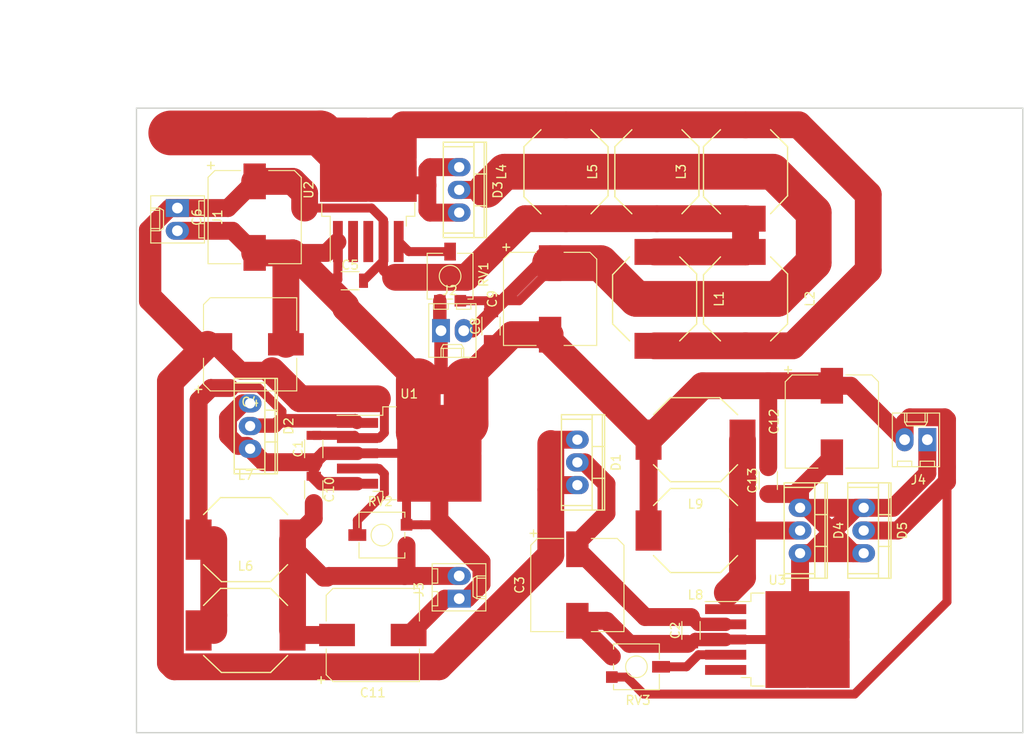
<source format=kicad_pcb>
(kicad_pcb (version 20171130) (host pcbnew 5.0.2-bee76a0~70~ubuntu18.04.1)

  (general
    (thickness 1.6)
    (drawings 6)
    (tracks 253)
    (zones 0)
    (modules 36)
    (nets 15)
  )

  (page A4)
  (layers
    (0 F.Cu signal)
    (31 B.Cu signal)
    (32 B.Adhes user)
    (33 F.Adhes user)
    (34 B.Paste user)
    (35 F.Paste user)
    (36 B.SilkS user)
    (37 F.SilkS user)
    (38 B.Mask user)
    (39 F.Mask user)
    (40 Dwgs.User user)
    (41 Cmts.User user)
    (42 Eco1.User user)
    (43 Eco2.User user)
    (44 Edge.Cuts user)
    (45 Margin user)
    (46 B.CrtYd user)
    (47 F.CrtYd user)
    (48 B.Fab user)
    (49 F.Fab user)
  )

  (setup
    (last_trace_width 2)
    (user_trace_width 0.5)
    (user_trace_width 1)
    (user_trace_width 1.5)
    (user_trace_width 2)
    (user_trace_width 3)
    (user_trace_width 4)
    (user_trace_width 5)
    (user_trace_width 6)
    (trace_clearance 0.2)
    (zone_clearance 0.508)
    (zone_45_only no)
    (trace_min 0.2)
    (segment_width 0.2)
    (edge_width 0.15)
    (via_size 0.8)
    (via_drill 0.4)
    (via_min_size 0.4)
    (via_min_drill 0.3)
    (uvia_size 0.3)
    (uvia_drill 0.1)
    (uvias_allowed no)
    (uvia_min_size 0.2)
    (uvia_min_drill 0.1)
    (pcb_text_width 0.3)
    (pcb_text_size 1.5 1.5)
    (mod_edge_width 0.15)
    (mod_text_size 1 1)
    (mod_text_width 0.15)
    (pad_size 1.524 1.524)
    (pad_drill 0.762)
    (pad_to_mask_clearance 0.051)
    (solder_mask_min_width 0.25)
    (aux_axis_origin 88.9 142.24)
    (visible_elements FFFFFF7F)
    (pcbplotparams
      (layerselection 0x00000_7fffffff)
      (usegerberextensions false)
      (usegerberattributes false)
      (usegerberadvancedattributes false)
      (creategerberjobfile false)
      (excludeedgelayer true)
      (linewidth 0.100000)
      (plotframeref false)
      (viasonmask false)
      (mode 1)
      (useauxorigin true)
      (hpglpennumber 1)
      (hpglpenspeed 20)
      (hpglpendiameter 15.000000)
      (psnegative false)
      (psa4output false)
      (plotreference false)
      (plotvalue false)
      (plotinvisibletext false)
      (padsonsilk true)
      (subtractmaskfromsilk false)
      (outputformat 1)
      (mirror false)
      (drillshape 0)
      (scaleselection 1)
      (outputdirectory ""))
  )

  (net 0 "")
  (net 1 GND)
  (net 2 /-20V)
  (net 3 /20V)
  (net 4 "Net-(C10-Pad2)")
  (net 5 "Net-(D2-Pad2)")
  (net 6 "Net-(D3-Pad1)")
  (net 7 "Net-(RV1-Pad2)")
  (net 8 "Net-(RV2-Pad2)")
  (net 9 "Net-(RV3-Pad2)")
  (net 10 "Net-(U2-Pad2)")
  (net 11 /vin)
  (net 12 /vin_d)
  (net 13 /sw)
  (net 14 "Net-(U3-Pad5)")

  (net_class Default "This is the default net class."
    (clearance 0.2)
    (trace_width 0.25)
    (via_dia 0.8)
    (via_drill 0.4)
    (uvia_dia 0.3)
    (uvia_drill 0.1)
    (add_net /-20V)
    (add_net /20V)
    (add_net /sw)
    (add_net /vin)
    (add_net /vin_d)
    (add_net GND)
    (add_net "Net-(C10-Pad2)")
    (add_net "Net-(D2-Pad2)")
    (add_net "Net-(D3-Pad1)")
    (add_net "Net-(RV1-Pad2)")
    (add_net "Net-(RV2-Pad2)")
    (add_net "Net-(RV3-Pad2)")
    (add_net "Net-(U2-Pad2)")
    (add_net "Net-(U3-Pad5)")
  )

  (module Capacitors_SMD:C_1206 (layer F.Cu) (tedit 58AA84B8) (tstamp 5EDAC065)
    (at 108.712 114.3 90)
    (descr "Capacitor SMD 1206, reflow soldering, AVX (see smccp.pdf)")
    (tags "capacitor 1206")
    (path /5EDB533E)
    (attr smd)
    (fp_text reference C1 (at 0 -1.75 90) (layer F.SilkS)
      (effects (font (size 1 1) (thickness 0.15)))
    )
    (fp_text value C (at 0 2 90) (layer F.Fab)
      (effects (font (size 1 1) (thickness 0.15)))
    )
    (fp_line (start 2.25 1.05) (end -2.25 1.05) (layer F.CrtYd) (width 0.05))
    (fp_line (start 2.25 1.05) (end 2.25 -1.05) (layer F.CrtYd) (width 0.05))
    (fp_line (start -2.25 -1.05) (end -2.25 1.05) (layer F.CrtYd) (width 0.05))
    (fp_line (start -2.25 -1.05) (end 2.25 -1.05) (layer F.CrtYd) (width 0.05))
    (fp_line (start -1 1.02) (end 1 1.02) (layer F.SilkS) (width 0.12))
    (fp_line (start 1 -1.02) (end -1 -1.02) (layer F.SilkS) (width 0.12))
    (fp_line (start -1.6 -0.8) (end 1.6 -0.8) (layer F.Fab) (width 0.1))
    (fp_line (start 1.6 -0.8) (end 1.6 0.8) (layer F.Fab) (width 0.1))
    (fp_line (start 1.6 0.8) (end -1.6 0.8) (layer F.Fab) (width 0.1))
    (fp_line (start -1.6 0.8) (end -1.6 -0.8) (layer F.Fab) (width 0.1))
    (fp_text user %R (at 0 -1.75 90) (layer F.Fab)
      (effects (font (size 1 1) (thickness 0.15)))
    )
    (pad 2 smd rect (at 1.5 0 90) (size 1 1.6) (layers F.Cu F.Paste F.Mask)
      (net 11 /vin))
    (pad 1 smd rect (at -1.5 0 90) (size 1 1.6) (layers F.Cu F.Paste F.Mask)
      (net 1 GND))
    (model Capacitors_SMD.3dshapes/C_1206.wrl
      (at (xyz 0 0 0))
      (scale (xyz 1 1 1))
      (rotate (xyz 0 0 0))
    )
  )

  (module Capacitors_SMD:C_1206 (layer F.Cu) (tedit 58AA84B8) (tstamp 5EDAC076)
    (at 150.876 134.62 90)
    (descr "Capacitor SMD 1206, reflow soldering, AVX (see smccp.pdf)")
    (tags "capacitor 1206")
    (path /5EDABEE6)
    (attr smd)
    (fp_text reference C2 (at 0 -1.75 90) (layer F.SilkS)
      (effects (font (size 1 1) (thickness 0.15)))
    )
    (fp_text value C (at 0 2 90) (layer F.Fab)
      (effects (font (size 1 1) (thickness 0.15)))
    )
    (fp_text user %R (at 0 -1.75 90) (layer F.Fab)
      (effects (font (size 1 1) (thickness 0.15)))
    )
    (fp_line (start -1.6 0.8) (end -1.6 -0.8) (layer F.Fab) (width 0.1))
    (fp_line (start 1.6 0.8) (end -1.6 0.8) (layer F.Fab) (width 0.1))
    (fp_line (start 1.6 -0.8) (end 1.6 0.8) (layer F.Fab) (width 0.1))
    (fp_line (start -1.6 -0.8) (end 1.6 -0.8) (layer F.Fab) (width 0.1))
    (fp_line (start 1 -1.02) (end -1 -1.02) (layer F.SilkS) (width 0.12))
    (fp_line (start -1 1.02) (end 1 1.02) (layer F.SilkS) (width 0.12))
    (fp_line (start -2.25 -1.05) (end 2.25 -1.05) (layer F.CrtYd) (width 0.05))
    (fp_line (start -2.25 -1.05) (end -2.25 1.05) (layer F.CrtYd) (width 0.05))
    (fp_line (start 2.25 1.05) (end 2.25 -1.05) (layer F.CrtYd) (width 0.05))
    (fp_line (start 2.25 1.05) (end -2.25 1.05) (layer F.CrtYd) (width 0.05))
    (pad 1 smd rect (at -1.5 0 90) (size 1 1.6) (layers F.Cu F.Paste F.Mask)
      (net 2 /-20V))
    (pad 2 smd rect (at 1.5 0 90) (size 1 1.6) (layers F.Cu F.Paste F.Mask)
      (net 12 /vin_d))
    (model Capacitors_SMD.3dshapes/C_1206.wrl
      (at (xyz 0 0 0))
      (scale (xyz 1 1 1))
      (rotate (xyz 0 0 0))
    )
  )

  (module Capacitors_SMD:CP_Elec_10x10.5 (layer F.Cu) (tedit 58AA917F) (tstamp 5EDAC092)
    (at 138.176 129.54 270)
    (descr "SMT capacitor, aluminium electrolytic, 10x10.5")
    (path /5EDA9EF1)
    (attr smd)
    (fp_text reference C3 (at 0 6.46 270) (layer F.SilkS)
      (effects (font (size 1 1) (thickness 0.15)))
    )
    (fp_text value CP (at 0 -6.46 270) (layer F.Fab)
      (effects (font (size 1 1) (thickness 0.15)))
    )
    (fp_circle (center 0 0) (end 0 5) (layer F.Fab) (width 0.1))
    (fp_text user + (at -2.91 -0.08 270) (layer F.Fab)
      (effects (font (size 1 1) (thickness 0.15)))
    )
    (fp_text user + (at -5.78 4.97 270) (layer F.SilkS)
      (effects (font (size 1 1) (thickness 0.15)))
    )
    (fp_text user %R (at 0 6.46 270) (layer F.Fab)
      (effects (font (size 1 1) (thickness 0.15)))
    )
    (fp_line (start -5.21 -4.45) (end -5.21 -1.56) (layer F.SilkS) (width 0.12))
    (fp_line (start -5.21 4.45) (end -5.21 1.56) (layer F.SilkS) (width 0.12))
    (fp_line (start 5.21 5.21) (end 5.21 1.56) (layer F.SilkS) (width 0.12))
    (fp_line (start 5.21 -5.21) (end 5.21 -1.56) (layer F.SilkS) (width 0.12))
    (fp_line (start 5.05 5.05) (end 5.05 -5.05) (layer F.Fab) (width 0.1))
    (fp_line (start -4.38 5.05) (end 5.05 5.05) (layer F.Fab) (width 0.1))
    (fp_line (start -5.05 4.38) (end -4.38 5.05) (layer F.Fab) (width 0.1))
    (fp_line (start -5.05 -4.38) (end -5.05 4.38) (layer F.Fab) (width 0.1))
    (fp_line (start -4.38 -5.05) (end -5.05 -4.38) (layer F.Fab) (width 0.1))
    (fp_line (start 5.05 -5.05) (end -4.38 -5.05) (layer F.Fab) (width 0.1))
    (fp_line (start 5.21 5.21) (end -4.45 5.21) (layer F.SilkS) (width 0.12))
    (fp_line (start -4.45 5.21) (end -5.21 4.45) (layer F.SilkS) (width 0.12))
    (fp_line (start -5.21 -4.45) (end -4.45 -5.21) (layer F.SilkS) (width 0.12))
    (fp_line (start -4.45 -5.21) (end 5.21 -5.21) (layer F.SilkS) (width 0.12))
    (fp_line (start -6.25 -5.31) (end 6.25 -5.31) (layer F.CrtYd) (width 0.05))
    (fp_line (start -6.25 -5.31) (end -6.25 5.3) (layer F.CrtYd) (width 0.05))
    (fp_line (start 6.25 5.3) (end 6.25 -5.31) (layer F.CrtYd) (width 0.05))
    (fp_line (start 6.25 5.3) (end -6.25 5.3) (layer F.CrtYd) (width 0.05))
    (pad 1 smd rect (at -4 0 90) (size 4 2.5) (layers F.Cu F.Paste F.Mask)
      (net 12 /vin_d))
    (pad 2 smd rect (at 4 0 90) (size 4 2.5) (layers F.Cu F.Paste F.Mask)
      (net 2 /-20V))
    (model Capacitors_SMD.3dshapes/CP_Elec_10x10.5.wrl
      (at (xyz 0 0 0))
      (scale (xyz 1 1 1))
      (rotate (xyz 0 0 180))
    )
  )

  (module Capacitors_SMD:CP_Elec_10x10.5 (layer F.Cu) (tedit 58AA917F) (tstamp 5EDAC0AE)
    (at 101.6 102.616)
    (descr "SMT capacitor, aluminium electrolytic, 10x10.5")
    (path /5EDB5232)
    (attr smd)
    (fp_text reference C4 (at 0 6.46) (layer F.SilkS)
      (effects (font (size 1 1) (thickness 0.15)))
    )
    (fp_text value CP (at 0 -6.46) (layer F.Fab)
      (effects (font (size 1 1) (thickness 0.15)))
    )
    (fp_circle (center 0 0) (end 0 5) (layer F.Fab) (width 0.1))
    (fp_text user + (at -2.91 -0.08) (layer F.Fab)
      (effects (font (size 1 1) (thickness 0.15)))
    )
    (fp_text user + (at -5.78 4.97) (layer F.SilkS)
      (effects (font (size 1 1) (thickness 0.15)))
    )
    (fp_text user %R (at 0 6.46) (layer F.Fab)
      (effects (font (size 1 1) (thickness 0.15)))
    )
    (fp_line (start -5.21 -4.45) (end -5.21 -1.56) (layer F.SilkS) (width 0.12))
    (fp_line (start -5.21 4.45) (end -5.21 1.56) (layer F.SilkS) (width 0.12))
    (fp_line (start 5.21 5.21) (end 5.21 1.56) (layer F.SilkS) (width 0.12))
    (fp_line (start 5.21 -5.21) (end 5.21 -1.56) (layer F.SilkS) (width 0.12))
    (fp_line (start 5.05 5.05) (end 5.05 -5.05) (layer F.Fab) (width 0.1))
    (fp_line (start -4.38 5.05) (end 5.05 5.05) (layer F.Fab) (width 0.1))
    (fp_line (start -5.05 4.38) (end -4.38 5.05) (layer F.Fab) (width 0.1))
    (fp_line (start -5.05 -4.38) (end -5.05 4.38) (layer F.Fab) (width 0.1))
    (fp_line (start -4.38 -5.05) (end -5.05 -4.38) (layer F.Fab) (width 0.1))
    (fp_line (start 5.05 -5.05) (end -4.38 -5.05) (layer F.Fab) (width 0.1))
    (fp_line (start 5.21 5.21) (end -4.45 5.21) (layer F.SilkS) (width 0.12))
    (fp_line (start -4.45 5.21) (end -5.21 4.45) (layer F.SilkS) (width 0.12))
    (fp_line (start -5.21 -4.45) (end -4.45 -5.21) (layer F.SilkS) (width 0.12))
    (fp_line (start -4.45 -5.21) (end 5.21 -5.21) (layer F.SilkS) (width 0.12))
    (fp_line (start -6.25 -5.31) (end 6.25 -5.31) (layer F.CrtYd) (width 0.05))
    (fp_line (start -6.25 -5.31) (end -6.25 5.3) (layer F.CrtYd) (width 0.05))
    (fp_line (start 6.25 5.3) (end 6.25 -5.31) (layer F.CrtYd) (width 0.05))
    (fp_line (start 6.25 5.3) (end -6.25 5.3) (layer F.CrtYd) (width 0.05))
    (pad 1 smd rect (at -4 0 180) (size 4 2.5) (layers F.Cu F.Paste F.Mask)
      (net 11 /vin))
    (pad 2 smd rect (at 4 0 180) (size 4 2.5) (layers F.Cu F.Paste F.Mask)
      (net 1 GND))
    (model Capacitors_SMD.3dshapes/CP_Elec_10x10.5.wrl
      (at (xyz 0 0 0))
      (scale (xyz 1 1 1))
      (rotate (xyz 0 0 180))
    )
  )

  (module Capacitors_SMD:C_1206 (layer F.Cu) (tedit 58AA84B8) (tstamp 5EDAC0BF)
    (at 112.776 95.504)
    (descr "Capacitor SMD 1206, reflow soldering, AVX (see smccp.pdf)")
    (tags "capacitor 1206")
    (path /5EDAC3B0)
    (attr smd)
    (fp_text reference C5 (at 0 -1.75) (layer F.SilkS)
      (effects (font (size 1 1) (thickness 0.15)))
    )
    (fp_text value C (at 0 2) (layer F.Fab)
      (effects (font (size 1 1) (thickness 0.15)))
    )
    (fp_line (start 2.25 1.05) (end -2.25 1.05) (layer F.CrtYd) (width 0.05))
    (fp_line (start 2.25 1.05) (end 2.25 -1.05) (layer F.CrtYd) (width 0.05))
    (fp_line (start -2.25 -1.05) (end -2.25 1.05) (layer F.CrtYd) (width 0.05))
    (fp_line (start -2.25 -1.05) (end 2.25 -1.05) (layer F.CrtYd) (width 0.05))
    (fp_line (start -1 1.02) (end 1 1.02) (layer F.SilkS) (width 0.12))
    (fp_line (start 1 -1.02) (end -1 -1.02) (layer F.SilkS) (width 0.12))
    (fp_line (start -1.6 -0.8) (end 1.6 -0.8) (layer F.Fab) (width 0.1))
    (fp_line (start 1.6 -0.8) (end 1.6 0.8) (layer F.Fab) (width 0.1))
    (fp_line (start 1.6 0.8) (end -1.6 0.8) (layer F.Fab) (width 0.1))
    (fp_line (start -1.6 0.8) (end -1.6 -0.8) (layer F.Fab) (width 0.1))
    (fp_text user %R (at 0 -1.75) (layer F.Fab)
      (effects (font (size 1 1) (thickness 0.15)))
    )
    (pad 2 smd rect (at 1.5 0) (size 1 1.6) (layers F.Cu F.Paste F.Mask)
      (net 11 /vin))
    (pad 1 smd rect (at -1.5 0) (size 1 1.6) (layers F.Cu F.Paste F.Mask)
      (net 1 GND))
    (model Capacitors_SMD.3dshapes/C_1206.wrl
      (at (xyz 0 0 0))
      (scale (xyz 1 1 1))
      (rotate (xyz 0 0 0))
    )
  )

  (module Capacitors_SMD:CP_Elec_10x10.5 (layer F.Cu) (tedit 58AA917F) (tstamp 5EDAC0DB)
    (at 102.108 88.392 270)
    (descr "SMT capacitor, aluminium electrolytic, 10x10.5")
    (path /5EDAC2D0)
    (attr smd)
    (fp_text reference C6 (at 0 6.46 270) (layer F.SilkS)
      (effects (font (size 1 1) (thickness 0.15)))
    )
    (fp_text value CP (at 0 -6.46 270) (layer F.Fab)
      (effects (font (size 1 1) (thickness 0.15)))
    )
    (fp_circle (center 0 0) (end 0 5) (layer F.Fab) (width 0.1))
    (fp_text user + (at -2.91 -0.08 270) (layer F.Fab)
      (effects (font (size 1 1) (thickness 0.15)))
    )
    (fp_text user + (at -5.78 4.97 270) (layer F.SilkS)
      (effects (font (size 1 1) (thickness 0.15)))
    )
    (fp_text user %R (at 0 6.46 270) (layer F.Fab)
      (effects (font (size 1 1) (thickness 0.15)))
    )
    (fp_line (start -5.21 -4.45) (end -5.21 -1.56) (layer F.SilkS) (width 0.12))
    (fp_line (start -5.21 4.45) (end -5.21 1.56) (layer F.SilkS) (width 0.12))
    (fp_line (start 5.21 5.21) (end 5.21 1.56) (layer F.SilkS) (width 0.12))
    (fp_line (start 5.21 -5.21) (end 5.21 -1.56) (layer F.SilkS) (width 0.12))
    (fp_line (start 5.05 5.05) (end 5.05 -5.05) (layer F.Fab) (width 0.1))
    (fp_line (start -4.38 5.05) (end 5.05 5.05) (layer F.Fab) (width 0.1))
    (fp_line (start -5.05 4.38) (end -4.38 5.05) (layer F.Fab) (width 0.1))
    (fp_line (start -5.05 -4.38) (end -5.05 4.38) (layer F.Fab) (width 0.1))
    (fp_line (start -4.38 -5.05) (end -5.05 -4.38) (layer F.Fab) (width 0.1))
    (fp_line (start 5.05 -5.05) (end -4.38 -5.05) (layer F.Fab) (width 0.1))
    (fp_line (start 5.21 5.21) (end -4.45 5.21) (layer F.SilkS) (width 0.12))
    (fp_line (start -4.45 5.21) (end -5.21 4.45) (layer F.SilkS) (width 0.12))
    (fp_line (start -5.21 -4.45) (end -4.45 -5.21) (layer F.SilkS) (width 0.12))
    (fp_line (start -4.45 -5.21) (end 5.21 -5.21) (layer F.SilkS) (width 0.12))
    (fp_line (start -6.25 -5.31) (end 6.25 -5.31) (layer F.CrtYd) (width 0.05))
    (fp_line (start -6.25 -5.31) (end -6.25 5.3) (layer F.CrtYd) (width 0.05))
    (fp_line (start 6.25 5.3) (end 6.25 -5.31) (layer F.CrtYd) (width 0.05))
    (fp_line (start 6.25 5.3) (end -6.25 5.3) (layer F.CrtYd) (width 0.05))
    (pad 1 smd rect (at -4 0 90) (size 4 2.5) (layers F.Cu F.Paste F.Mask)
      (net 11 /vin))
    (pad 2 smd rect (at 4 0 90) (size 4 2.5) (layers F.Cu F.Paste F.Mask)
      (net 1 GND))
    (model Capacitors_SMD.3dshapes/CP_Elec_10x10.5.wrl
      (at (xyz 0 0 0))
      (scale (xyz 1 1 1))
      (rotate (xyz 0 0 180))
    )
  )

  (module Capacitors_SMD:C_1206 (layer F.Cu) (tedit 58AA84B8) (tstamp 5EDAC0FD)
    (at 128.524 100.584 90)
    (descr "Capacitor SMD 1206, reflow soldering, AVX (see smccp.pdf)")
    (tags "capacitor 1206")
    (path /5EDAC956)
    (attr smd)
    (fp_text reference C8 (at 0 -1.75 90) (layer F.SilkS)
      (effects (font (size 1 1) (thickness 0.15)))
    )
    (fp_text value C (at 0 2 90) (layer F.Fab)
      (effects (font (size 1 1) (thickness 0.15)))
    )
    (fp_text user %R (at 0 -1.75 90) (layer F.Fab)
      (effects (font (size 1 1) (thickness 0.15)))
    )
    (fp_line (start -1.6 0.8) (end -1.6 -0.8) (layer F.Fab) (width 0.1))
    (fp_line (start 1.6 0.8) (end -1.6 0.8) (layer F.Fab) (width 0.1))
    (fp_line (start 1.6 -0.8) (end 1.6 0.8) (layer F.Fab) (width 0.1))
    (fp_line (start -1.6 -0.8) (end 1.6 -0.8) (layer F.Fab) (width 0.1))
    (fp_line (start 1 -1.02) (end -1 -1.02) (layer F.SilkS) (width 0.12))
    (fp_line (start -1 1.02) (end 1 1.02) (layer F.SilkS) (width 0.12))
    (fp_line (start -2.25 -1.05) (end 2.25 -1.05) (layer F.CrtYd) (width 0.05))
    (fp_line (start -2.25 -1.05) (end -2.25 1.05) (layer F.CrtYd) (width 0.05))
    (fp_line (start 2.25 1.05) (end 2.25 -1.05) (layer F.CrtYd) (width 0.05))
    (fp_line (start 2.25 1.05) (end -2.25 1.05) (layer F.CrtYd) (width 0.05))
    (pad 1 smd rect (at -1.5 0 90) (size 1 1.6) (layers F.Cu F.Paste F.Mask)
      (net 1 GND))
    (pad 2 smd rect (at 1.5 0 90) (size 1 1.6) (layers F.Cu F.Paste F.Mask)
      (net 3 /20V))
    (model Capacitors_SMD.3dshapes/C_1206.wrl
      (at (xyz 0 0 0))
      (scale (xyz 1 1 1))
      (rotate (xyz 0 0 0))
    )
  )

  (module Capacitors_SMD:CP_Elec_10x10.5 (layer F.Cu) (tedit 58AA917F) (tstamp 5EDAC119)
    (at 135.128 97.536 270)
    (descr "SMT capacitor, aluminium electrolytic, 10x10.5")
    (path /5EDAC950)
    (attr smd)
    (fp_text reference C9 (at 0 6.46 270) (layer F.SilkS)
      (effects (font (size 1 1) (thickness 0.15)))
    )
    (fp_text value CP (at 0 -6.46 270) (layer F.Fab)
      (effects (font (size 1 1) (thickness 0.15)))
    )
    (fp_line (start 6.25 5.3) (end -6.25 5.3) (layer F.CrtYd) (width 0.05))
    (fp_line (start 6.25 5.3) (end 6.25 -5.31) (layer F.CrtYd) (width 0.05))
    (fp_line (start -6.25 -5.31) (end -6.25 5.3) (layer F.CrtYd) (width 0.05))
    (fp_line (start -6.25 -5.31) (end 6.25 -5.31) (layer F.CrtYd) (width 0.05))
    (fp_line (start -4.45 -5.21) (end 5.21 -5.21) (layer F.SilkS) (width 0.12))
    (fp_line (start -5.21 -4.45) (end -4.45 -5.21) (layer F.SilkS) (width 0.12))
    (fp_line (start -4.45 5.21) (end -5.21 4.45) (layer F.SilkS) (width 0.12))
    (fp_line (start 5.21 5.21) (end -4.45 5.21) (layer F.SilkS) (width 0.12))
    (fp_line (start 5.05 -5.05) (end -4.38 -5.05) (layer F.Fab) (width 0.1))
    (fp_line (start -4.38 -5.05) (end -5.05 -4.38) (layer F.Fab) (width 0.1))
    (fp_line (start -5.05 -4.38) (end -5.05 4.38) (layer F.Fab) (width 0.1))
    (fp_line (start -5.05 4.38) (end -4.38 5.05) (layer F.Fab) (width 0.1))
    (fp_line (start -4.38 5.05) (end 5.05 5.05) (layer F.Fab) (width 0.1))
    (fp_line (start 5.05 5.05) (end 5.05 -5.05) (layer F.Fab) (width 0.1))
    (fp_line (start 5.21 -5.21) (end 5.21 -1.56) (layer F.SilkS) (width 0.12))
    (fp_line (start 5.21 5.21) (end 5.21 1.56) (layer F.SilkS) (width 0.12))
    (fp_line (start -5.21 4.45) (end -5.21 1.56) (layer F.SilkS) (width 0.12))
    (fp_line (start -5.21 -4.45) (end -5.21 -1.56) (layer F.SilkS) (width 0.12))
    (fp_text user %R (at 0 6.46 270) (layer F.Fab)
      (effects (font (size 1 1) (thickness 0.15)))
    )
    (fp_text user + (at -5.78 4.97 270) (layer F.SilkS)
      (effects (font (size 1 1) (thickness 0.15)))
    )
    (fp_text user + (at -2.91 -0.08 270) (layer F.Fab)
      (effects (font (size 1 1) (thickness 0.15)))
    )
    (fp_circle (center 0 0) (end 0 5) (layer F.Fab) (width 0.1))
    (pad 2 smd rect (at 4 0 90) (size 4 2.5) (layers F.Cu F.Paste F.Mask)
      (net 1 GND))
    (pad 1 smd rect (at -4 0 90) (size 4 2.5) (layers F.Cu F.Paste F.Mask)
      (net 3 /20V))
    (model Capacitors_SMD.3dshapes/CP_Elec_10x10.5.wrl
      (at (xyz 0 0 0))
      (scale (xyz 1 1 1))
      (rotate (xyz 0 0 180))
    )
  )

  (module Capacitors_SMD:C_1206 (layer F.Cu) (tedit 58AA84B8) (tstamp 5EDAC12A)
    (at 108.712 118.872 270)
    (descr "Capacitor SMD 1206, reflow soldering, AVX (see smccp.pdf)")
    (tags "capacitor 1206")
    (path /5EDB5784)
    (attr smd)
    (fp_text reference C10 (at 0 -1.75 270) (layer F.SilkS)
      (effects (font (size 1 1) (thickness 0.15)))
    )
    (fp_text value C (at 0 2 270) (layer F.Fab)
      (effects (font (size 1 1) (thickness 0.15)))
    )
    (fp_text user %R (at 0 -1.75 270) (layer F.Fab)
      (effects (font (size 1 1) (thickness 0.15)))
    )
    (fp_line (start -1.6 0.8) (end -1.6 -0.8) (layer F.Fab) (width 0.1))
    (fp_line (start 1.6 0.8) (end -1.6 0.8) (layer F.Fab) (width 0.1))
    (fp_line (start 1.6 -0.8) (end 1.6 0.8) (layer F.Fab) (width 0.1))
    (fp_line (start -1.6 -0.8) (end 1.6 -0.8) (layer F.Fab) (width 0.1))
    (fp_line (start 1 -1.02) (end -1 -1.02) (layer F.SilkS) (width 0.12))
    (fp_line (start -1 1.02) (end 1 1.02) (layer F.SilkS) (width 0.12))
    (fp_line (start -2.25 -1.05) (end 2.25 -1.05) (layer F.CrtYd) (width 0.05))
    (fp_line (start -2.25 -1.05) (end -2.25 1.05) (layer F.CrtYd) (width 0.05))
    (fp_line (start 2.25 1.05) (end 2.25 -1.05) (layer F.CrtYd) (width 0.05))
    (fp_line (start 2.25 1.05) (end -2.25 1.05) (layer F.CrtYd) (width 0.05))
    (pad 1 smd rect (at -1.5 0 270) (size 1 1.6) (layers F.Cu F.Paste F.Mask)
      (net 1 GND))
    (pad 2 smd rect (at 1.5 0 270) (size 1 1.6) (layers F.Cu F.Paste F.Mask)
      (net 4 "Net-(C10-Pad2)"))
    (model Capacitors_SMD.3dshapes/C_1206.wrl
      (at (xyz 0 0 0))
      (scale (xyz 1 1 1))
      (rotate (xyz 0 0 0))
    )
  )

  (module Capacitors_SMD:CP_Elec_10x10.5 (layer F.Cu) (tedit 58AA917F) (tstamp 5EDAC146)
    (at 115.316 135.128)
    (descr "SMT capacitor, aluminium electrolytic, 10x10.5")
    (path /5EDB577E)
    (attr smd)
    (fp_text reference C11 (at 0 6.46) (layer F.SilkS)
      (effects (font (size 1 1) (thickness 0.15)))
    )
    (fp_text value CP (at 0 -6.46) (layer F.Fab)
      (effects (font (size 1 1) (thickness 0.15)))
    )
    (fp_line (start 6.25 5.3) (end -6.25 5.3) (layer F.CrtYd) (width 0.05))
    (fp_line (start 6.25 5.3) (end 6.25 -5.31) (layer F.CrtYd) (width 0.05))
    (fp_line (start -6.25 -5.31) (end -6.25 5.3) (layer F.CrtYd) (width 0.05))
    (fp_line (start -6.25 -5.31) (end 6.25 -5.31) (layer F.CrtYd) (width 0.05))
    (fp_line (start -4.45 -5.21) (end 5.21 -5.21) (layer F.SilkS) (width 0.12))
    (fp_line (start -5.21 -4.45) (end -4.45 -5.21) (layer F.SilkS) (width 0.12))
    (fp_line (start -4.45 5.21) (end -5.21 4.45) (layer F.SilkS) (width 0.12))
    (fp_line (start 5.21 5.21) (end -4.45 5.21) (layer F.SilkS) (width 0.12))
    (fp_line (start 5.05 -5.05) (end -4.38 -5.05) (layer F.Fab) (width 0.1))
    (fp_line (start -4.38 -5.05) (end -5.05 -4.38) (layer F.Fab) (width 0.1))
    (fp_line (start -5.05 -4.38) (end -5.05 4.38) (layer F.Fab) (width 0.1))
    (fp_line (start -5.05 4.38) (end -4.38 5.05) (layer F.Fab) (width 0.1))
    (fp_line (start -4.38 5.05) (end 5.05 5.05) (layer F.Fab) (width 0.1))
    (fp_line (start 5.05 5.05) (end 5.05 -5.05) (layer F.Fab) (width 0.1))
    (fp_line (start 5.21 -5.21) (end 5.21 -1.56) (layer F.SilkS) (width 0.12))
    (fp_line (start 5.21 5.21) (end 5.21 1.56) (layer F.SilkS) (width 0.12))
    (fp_line (start -5.21 4.45) (end -5.21 1.56) (layer F.SilkS) (width 0.12))
    (fp_line (start -5.21 -4.45) (end -5.21 -1.56) (layer F.SilkS) (width 0.12))
    (fp_text user %R (at 0 6.46) (layer F.Fab)
      (effects (font (size 1 1) (thickness 0.15)))
    )
    (fp_text user + (at -5.78 4.97) (layer F.SilkS)
      (effects (font (size 1 1) (thickness 0.15)))
    )
    (fp_text user + (at -2.91 -0.08) (layer F.Fab)
      (effects (font (size 1 1) (thickness 0.15)))
    )
    (fp_circle (center 0 0) (end 0 5) (layer F.Fab) (width 0.1))
    (pad 2 smd rect (at 4 0 180) (size 4 2.5) (layers F.Cu F.Paste F.Mask)
      (net 1 GND))
    (pad 1 smd rect (at -4 0 180) (size 4 2.5) (layers F.Cu F.Paste F.Mask)
      (net 4 "Net-(C10-Pad2)"))
    (model Capacitors_SMD.3dshapes/CP_Elec_10x10.5.wrl
      (at (xyz 0 0 0))
      (scale (xyz 1 1 1))
      (rotate (xyz 0 0 180))
    )
  )

  (module Capacitors_SMD:CP_Elec_10x10.5 (layer F.Cu) (tedit 58AA917F) (tstamp 5EDAC162)
    (at 166.624 111.252 270)
    (descr "SMT capacitor, aluminium electrolytic, 10x10.5")
    (path /5EDAA3A3)
    (attr smd)
    (fp_text reference C12 (at 0 6.46 270) (layer F.SilkS)
      (effects (font (size 1 1) (thickness 0.15)))
    )
    (fp_text value CP (at 0 -6.46 270) (layer F.Fab)
      (effects (font (size 1 1) (thickness 0.15)))
    )
    (fp_line (start 6.25 5.3) (end -6.25 5.3) (layer F.CrtYd) (width 0.05))
    (fp_line (start 6.25 5.3) (end 6.25 -5.31) (layer F.CrtYd) (width 0.05))
    (fp_line (start -6.25 -5.31) (end -6.25 5.3) (layer F.CrtYd) (width 0.05))
    (fp_line (start -6.25 -5.31) (end 6.25 -5.31) (layer F.CrtYd) (width 0.05))
    (fp_line (start -4.45 -5.21) (end 5.21 -5.21) (layer F.SilkS) (width 0.12))
    (fp_line (start -5.21 -4.45) (end -4.45 -5.21) (layer F.SilkS) (width 0.12))
    (fp_line (start -4.45 5.21) (end -5.21 4.45) (layer F.SilkS) (width 0.12))
    (fp_line (start 5.21 5.21) (end -4.45 5.21) (layer F.SilkS) (width 0.12))
    (fp_line (start 5.05 -5.05) (end -4.38 -5.05) (layer F.Fab) (width 0.1))
    (fp_line (start -4.38 -5.05) (end -5.05 -4.38) (layer F.Fab) (width 0.1))
    (fp_line (start -5.05 -4.38) (end -5.05 4.38) (layer F.Fab) (width 0.1))
    (fp_line (start -5.05 4.38) (end -4.38 5.05) (layer F.Fab) (width 0.1))
    (fp_line (start -4.38 5.05) (end 5.05 5.05) (layer F.Fab) (width 0.1))
    (fp_line (start 5.05 5.05) (end 5.05 -5.05) (layer F.Fab) (width 0.1))
    (fp_line (start 5.21 -5.21) (end 5.21 -1.56) (layer F.SilkS) (width 0.12))
    (fp_line (start 5.21 5.21) (end 5.21 1.56) (layer F.SilkS) (width 0.12))
    (fp_line (start -5.21 4.45) (end -5.21 1.56) (layer F.SilkS) (width 0.12))
    (fp_line (start -5.21 -4.45) (end -5.21 -1.56) (layer F.SilkS) (width 0.12))
    (fp_text user %R (at 0 6.46 270) (layer F.Fab)
      (effects (font (size 1 1) (thickness 0.15)))
    )
    (fp_text user + (at -5.78 4.97 270) (layer F.SilkS)
      (effects (font (size 1 1) (thickness 0.15)))
    )
    (fp_text user + (at -2.91 -0.08 270) (layer F.Fab)
      (effects (font (size 1 1) (thickness 0.15)))
    )
    (fp_circle (center 0 0) (end 0 5) (layer F.Fab) (width 0.1))
    (pad 2 smd rect (at 4 0 90) (size 4 2.5) (layers F.Cu F.Paste F.Mask)
      (net 2 /-20V))
    (pad 1 smd rect (at -4 0 90) (size 4 2.5) (layers F.Cu F.Paste F.Mask)
      (net 1 GND))
    (model Capacitors_SMD.3dshapes/CP_Elec_10x10.5.wrl
      (at (xyz 0 0 0))
      (scale (xyz 1 1 1))
      (rotate (xyz 0 0 180))
    )
  )

  (module Capacitors_SMD:C_1206 (layer F.Cu) (tedit 58AA84B8) (tstamp 5EDAC173)
    (at 159.512 117.856 90)
    (descr "Capacitor SMD 1206, reflow soldering, AVX (see smccp.pdf)")
    (tags "capacitor 1206")
    (path /5EDAB92F)
    (attr smd)
    (fp_text reference C13 (at 0 -1.75 90) (layer F.SilkS)
      (effects (font (size 1 1) (thickness 0.15)))
    )
    (fp_text value C (at 0 2 90) (layer F.Fab)
      (effects (font (size 1 1) (thickness 0.15)))
    )
    (fp_line (start 2.25 1.05) (end -2.25 1.05) (layer F.CrtYd) (width 0.05))
    (fp_line (start 2.25 1.05) (end 2.25 -1.05) (layer F.CrtYd) (width 0.05))
    (fp_line (start -2.25 -1.05) (end -2.25 1.05) (layer F.CrtYd) (width 0.05))
    (fp_line (start -2.25 -1.05) (end 2.25 -1.05) (layer F.CrtYd) (width 0.05))
    (fp_line (start -1 1.02) (end 1 1.02) (layer F.SilkS) (width 0.12))
    (fp_line (start 1 -1.02) (end -1 -1.02) (layer F.SilkS) (width 0.12))
    (fp_line (start -1.6 -0.8) (end 1.6 -0.8) (layer F.Fab) (width 0.1))
    (fp_line (start 1.6 -0.8) (end 1.6 0.8) (layer F.Fab) (width 0.1))
    (fp_line (start 1.6 0.8) (end -1.6 0.8) (layer F.Fab) (width 0.1))
    (fp_line (start -1.6 0.8) (end -1.6 -0.8) (layer F.Fab) (width 0.1))
    (fp_text user %R (at 0 -1.75 90) (layer F.Fab)
      (effects (font (size 1 1) (thickness 0.15)))
    )
    (pad 2 smd rect (at 1.5 0 90) (size 1 1.6) (layers F.Cu F.Paste F.Mask)
      (net 1 GND))
    (pad 1 smd rect (at -1.5 0 90) (size 1 1.6) (layers F.Cu F.Paste F.Mask)
      (net 2 /-20V))
    (model Capacitors_SMD.3dshapes/C_1206.wrl
      (at (xyz 0 0 0))
      (scale (xyz 1 1 1))
      (rotate (xyz 0 0 0))
    )
  )

  (module Connectors_Molex:Molex_KK-6410-02_02x2.54mm_Straight (layer F.Cu) (tedit 58EE6EE4) (tstamp 5EDAC234)
    (at 93.472 87.376 270)
    (descr "Connector Headers with Friction Lock, 22-27-2021, http://www.molex.com/pdm_docs/sd/022272021_sd.pdf")
    (tags "connector molex kk_6410 22-27-2021")
    (path /5EDC98E9)
    (fp_text reference J1 (at 1 -4.5 270) (layer F.SilkS)
      (effects (font (size 1 1) (thickness 0.15)))
    )
    (fp_text value Conn_01x02_Male (at 1.27 4.5 270) (layer F.Fab)
      (effects (font (size 1 1) (thickness 0.15)))
    )
    (fp_line (start -1.47 -3.12) (end -1.47 3.08) (layer F.Fab) (width 0.12))
    (fp_line (start -1.47 3.08) (end 4.01 3.08) (layer F.Fab) (width 0.12))
    (fp_line (start 4.01 3.08) (end 4.01 -3.12) (layer F.Fab) (width 0.12))
    (fp_line (start 4.01 -3.12) (end -1.47 -3.12) (layer F.Fab) (width 0.12))
    (fp_line (start -1.37 -3.02) (end -1.37 2.98) (layer F.SilkS) (width 0.12))
    (fp_line (start -1.37 2.98) (end 3.91 2.98) (layer F.SilkS) (width 0.12))
    (fp_line (start 3.91 2.98) (end 3.91 -3.02) (layer F.SilkS) (width 0.12))
    (fp_line (start 3.91 -3.02) (end -1.37 -3.02) (layer F.SilkS) (width 0.12))
    (fp_line (start 0 2.98) (end 0 1.98) (layer F.SilkS) (width 0.12))
    (fp_line (start 0 1.98) (end 2.54 1.98) (layer F.SilkS) (width 0.12))
    (fp_line (start 2.54 1.98) (end 2.54 2.98) (layer F.SilkS) (width 0.12))
    (fp_line (start 0 1.98) (end 0.25 1.55) (layer F.SilkS) (width 0.12))
    (fp_line (start 0.25 1.55) (end 2.29 1.55) (layer F.SilkS) (width 0.12))
    (fp_line (start 2.29 1.55) (end 2.54 1.98) (layer F.SilkS) (width 0.12))
    (fp_line (start 0.25 2.98) (end 0.25 1.98) (layer F.SilkS) (width 0.12))
    (fp_line (start 2.29 2.98) (end 2.29 1.98) (layer F.SilkS) (width 0.12))
    (fp_line (start -0.8 -3.02) (end -0.8 -2.4) (layer F.SilkS) (width 0.12))
    (fp_line (start -0.8 -2.4) (end 0.8 -2.4) (layer F.SilkS) (width 0.12))
    (fp_line (start 0.8 -2.4) (end 0.8 -3.02) (layer F.SilkS) (width 0.12))
    (fp_line (start 1.74 -3.02) (end 1.74 -2.4) (layer F.SilkS) (width 0.12))
    (fp_line (start 1.74 -2.4) (end 3.34 -2.4) (layer F.SilkS) (width 0.12))
    (fp_line (start 3.34 -2.4) (end 3.34 -3.02) (layer F.SilkS) (width 0.12))
    (fp_line (start -1.9 3.5) (end -1.9 -3.55) (layer F.CrtYd) (width 0.05))
    (fp_line (start -1.9 -3.55) (end 4.45 -3.55) (layer F.CrtYd) (width 0.05))
    (fp_line (start 4.45 -3.55) (end 4.45 3.5) (layer F.CrtYd) (width 0.05))
    (fp_line (start 4.45 3.5) (end -1.9 3.5) (layer F.CrtYd) (width 0.05))
    (fp_text user %R (at 1.27 0 270) (layer F.Fab)
      (effects (font (size 1 1) (thickness 0.15)))
    )
    (pad 1 thru_hole rect (at 0 0 270) (size 2 2.6) (drill 1.2) (layers *.Cu *.Mask)
      (net 11 /vin))
    (pad 2 thru_hole oval (at 2.54 0 270) (size 2 2.6) (drill 1.2) (layers *.Cu *.Mask)
      (net 1 GND))
    (model ${KISYS3DMOD}/Connectors_Molex.3dshapes/Molex_KK-6410-02_02x2.54mm_Straight.wrl
      (at (xyz 0 0 0))
      (scale (xyz 1 1 1))
      (rotate (xyz 0 0 0))
    )
  )

  (module Connectors_Molex:Molex_KK-6410-02_02x2.54mm_Straight (layer F.Cu) (tedit 58EE6EE4) (tstamp 5EDAC255)
    (at 122.936 101.092)
    (descr "Connector Headers with Friction Lock, 22-27-2021, http://www.molex.com/pdm_docs/sd/022272021_sd.pdf")
    (tags "connector molex kk_6410 22-27-2021")
    (path /5EDCDF48)
    (fp_text reference J2 (at 1 -4.5) (layer F.SilkS)
      (effects (font (size 1 1) (thickness 0.15)))
    )
    (fp_text value Conn_01x02_Male (at 1.27 4.5) (layer F.Fab)
      (effects (font (size 1 1) (thickness 0.15)))
    )
    (fp_line (start -1.47 -3.12) (end -1.47 3.08) (layer F.Fab) (width 0.12))
    (fp_line (start -1.47 3.08) (end 4.01 3.08) (layer F.Fab) (width 0.12))
    (fp_line (start 4.01 3.08) (end 4.01 -3.12) (layer F.Fab) (width 0.12))
    (fp_line (start 4.01 -3.12) (end -1.47 -3.12) (layer F.Fab) (width 0.12))
    (fp_line (start -1.37 -3.02) (end -1.37 2.98) (layer F.SilkS) (width 0.12))
    (fp_line (start -1.37 2.98) (end 3.91 2.98) (layer F.SilkS) (width 0.12))
    (fp_line (start 3.91 2.98) (end 3.91 -3.02) (layer F.SilkS) (width 0.12))
    (fp_line (start 3.91 -3.02) (end -1.37 -3.02) (layer F.SilkS) (width 0.12))
    (fp_line (start 0 2.98) (end 0 1.98) (layer F.SilkS) (width 0.12))
    (fp_line (start 0 1.98) (end 2.54 1.98) (layer F.SilkS) (width 0.12))
    (fp_line (start 2.54 1.98) (end 2.54 2.98) (layer F.SilkS) (width 0.12))
    (fp_line (start 0 1.98) (end 0.25 1.55) (layer F.SilkS) (width 0.12))
    (fp_line (start 0.25 1.55) (end 2.29 1.55) (layer F.SilkS) (width 0.12))
    (fp_line (start 2.29 1.55) (end 2.54 1.98) (layer F.SilkS) (width 0.12))
    (fp_line (start 0.25 2.98) (end 0.25 1.98) (layer F.SilkS) (width 0.12))
    (fp_line (start 2.29 2.98) (end 2.29 1.98) (layer F.SilkS) (width 0.12))
    (fp_line (start -0.8 -3.02) (end -0.8 -2.4) (layer F.SilkS) (width 0.12))
    (fp_line (start -0.8 -2.4) (end 0.8 -2.4) (layer F.SilkS) (width 0.12))
    (fp_line (start 0.8 -2.4) (end 0.8 -3.02) (layer F.SilkS) (width 0.12))
    (fp_line (start 1.74 -3.02) (end 1.74 -2.4) (layer F.SilkS) (width 0.12))
    (fp_line (start 1.74 -2.4) (end 3.34 -2.4) (layer F.SilkS) (width 0.12))
    (fp_line (start 3.34 -2.4) (end 3.34 -3.02) (layer F.SilkS) (width 0.12))
    (fp_line (start -1.9 3.5) (end -1.9 -3.55) (layer F.CrtYd) (width 0.05))
    (fp_line (start -1.9 -3.55) (end 4.45 -3.55) (layer F.CrtYd) (width 0.05))
    (fp_line (start 4.45 -3.55) (end 4.45 3.5) (layer F.CrtYd) (width 0.05))
    (fp_line (start 4.45 3.5) (end -1.9 3.5) (layer F.CrtYd) (width 0.05))
    (fp_text user %R (at 1.27 0) (layer F.Fab)
      (effects (font (size 1 1) (thickness 0.15)))
    )
    (pad 1 thru_hole rect (at 0 0) (size 2 2.6) (drill 1.2) (layers *.Cu *.Mask)
      (net 1 GND))
    (pad 2 thru_hole oval (at 2.54 0) (size 2 2.6) (drill 1.2) (layers *.Cu *.Mask)
      (net 3 /20V))
    (model ${KISYS3DMOD}/Connectors_Molex.3dshapes/Molex_KK-6410-02_02x2.54mm_Straight.wrl
      (at (xyz 0 0 0))
      (scale (xyz 1 1 1))
      (rotate (xyz 0 0 0))
    )
  )

  (module Connectors_Molex:Molex_KK-6410-02_02x2.54mm_Straight (layer F.Cu) (tedit 58EE6EE4) (tstamp 5EDAC276)
    (at 124.968 131.064 90)
    (descr "Connector Headers with Friction Lock, 22-27-2021, http://www.molex.com/pdm_docs/sd/022272021_sd.pdf")
    (tags "connector molex kk_6410 22-27-2021")
    (path /5EDCDCD4)
    (fp_text reference J3 (at 1 -4.5 90) (layer F.SilkS)
      (effects (font (size 1 1) (thickness 0.15)))
    )
    (fp_text value Conn_01x02_Male (at 1.27 4.5 90) (layer F.Fab)
      (effects (font (size 1 1) (thickness 0.15)))
    )
    (fp_text user %R (at 1.27 0 90) (layer F.Fab)
      (effects (font (size 1 1) (thickness 0.15)))
    )
    (fp_line (start 4.45 3.5) (end -1.9 3.5) (layer F.CrtYd) (width 0.05))
    (fp_line (start 4.45 -3.55) (end 4.45 3.5) (layer F.CrtYd) (width 0.05))
    (fp_line (start -1.9 -3.55) (end 4.45 -3.55) (layer F.CrtYd) (width 0.05))
    (fp_line (start -1.9 3.5) (end -1.9 -3.55) (layer F.CrtYd) (width 0.05))
    (fp_line (start 3.34 -2.4) (end 3.34 -3.02) (layer F.SilkS) (width 0.12))
    (fp_line (start 1.74 -2.4) (end 3.34 -2.4) (layer F.SilkS) (width 0.12))
    (fp_line (start 1.74 -3.02) (end 1.74 -2.4) (layer F.SilkS) (width 0.12))
    (fp_line (start 0.8 -2.4) (end 0.8 -3.02) (layer F.SilkS) (width 0.12))
    (fp_line (start -0.8 -2.4) (end 0.8 -2.4) (layer F.SilkS) (width 0.12))
    (fp_line (start -0.8 -3.02) (end -0.8 -2.4) (layer F.SilkS) (width 0.12))
    (fp_line (start 2.29 2.98) (end 2.29 1.98) (layer F.SilkS) (width 0.12))
    (fp_line (start 0.25 2.98) (end 0.25 1.98) (layer F.SilkS) (width 0.12))
    (fp_line (start 2.29 1.55) (end 2.54 1.98) (layer F.SilkS) (width 0.12))
    (fp_line (start 0.25 1.55) (end 2.29 1.55) (layer F.SilkS) (width 0.12))
    (fp_line (start 0 1.98) (end 0.25 1.55) (layer F.SilkS) (width 0.12))
    (fp_line (start 2.54 1.98) (end 2.54 2.98) (layer F.SilkS) (width 0.12))
    (fp_line (start 0 1.98) (end 2.54 1.98) (layer F.SilkS) (width 0.12))
    (fp_line (start 0 2.98) (end 0 1.98) (layer F.SilkS) (width 0.12))
    (fp_line (start 3.91 -3.02) (end -1.37 -3.02) (layer F.SilkS) (width 0.12))
    (fp_line (start 3.91 2.98) (end 3.91 -3.02) (layer F.SilkS) (width 0.12))
    (fp_line (start -1.37 2.98) (end 3.91 2.98) (layer F.SilkS) (width 0.12))
    (fp_line (start -1.37 -3.02) (end -1.37 2.98) (layer F.SilkS) (width 0.12))
    (fp_line (start 4.01 -3.12) (end -1.47 -3.12) (layer F.Fab) (width 0.12))
    (fp_line (start 4.01 3.08) (end 4.01 -3.12) (layer F.Fab) (width 0.12))
    (fp_line (start -1.47 3.08) (end 4.01 3.08) (layer F.Fab) (width 0.12))
    (fp_line (start -1.47 -3.12) (end -1.47 3.08) (layer F.Fab) (width 0.12))
    (pad 2 thru_hole oval (at 2.54 0 90) (size 2 2.6) (drill 1.2) (layers *.Cu *.Mask)
      (net 4 "Net-(C10-Pad2)"))
    (pad 1 thru_hole rect (at 0 0 90) (size 2 2.6) (drill 1.2) (layers *.Cu *.Mask)
      (net 1 GND))
    (model ${KISYS3DMOD}/Connectors_Molex.3dshapes/Molex_KK-6410-02_02x2.54mm_Straight.wrl
      (at (xyz 0 0 0))
      (scale (xyz 1 1 1))
      (rotate (xyz 0 0 0))
    )
  )

  (module Connectors_Molex:Molex_KK-6410-02_02x2.54mm_Straight (layer F.Cu) (tedit 58EE6EE4) (tstamp 5EDAC297)
    (at 177.292 113.284 180)
    (descr "Connector Headers with Friction Lock, 22-27-2021, http://www.molex.com/pdm_docs/sd/022272021_sd.pdf")
    (tags "connector molex kk_6410 22-27-2021")
    (path /5EDCE02C)
    (fp_text reference J4 (at 1 -4.5 180) (layer F.SilkS)
      (effects (font (size 1 1) (thickness 0.15)))
    )
    (fp_text value Conn_01x02_Male (at 1.27 4.5 180) (layer F.Fab)
      (effects (font (size 1 1) (thickness 0.15)))
    )
    (fp_text user %R (at 1.27 0 180) (layer F.Fab)
      (effects (font (size 1 1) (thickness 0.15)))
    )
    (fp_line (start 4.45 3.5) (end -1.9 3.5) (layer F.CrtYd) (width 0.05))
    (fp_line (start 4.45 -3.55) (end 4.45 3.5) (layer F.CrtYd) (width 0.05))
    (fp_line (start -1.9 -3.55) (end 4.45 -3.55) (layer F.CrtYd) (width 0.05))
    (fp_line (start -1.9 3.5) (end -1.9 -3.55) (layer F.CrtYd) (width 0.05))
    (fp_line (start 3.34 -2.4) (end 3.34 -3.02) (layer F.SilkS) (width 0.12))
    (fp_line (start 1.74 -2.4) (end 3.34 -2.4) (layer F.SilkS) (width 0.12))
    (fp_line (start 1.74 -3.02) (end 1.74 -2.4) (layer F.SilkS) (width 0.12))
    (fp_line (start 0.8 -2.4) (end 0.8 -3.02) (layer F.SilkS) (width 0.12))
    (fp_line (start -0.8 -2.4) (end 0.8 -2.4) (layer F.SilkS) (width 0.12))
    (fp_line (start -0.8 -3.02) (end -0.8 -2.4) (layer F.SilkS) (width 0.12))
    (fp_line (start 2.29 2.98) (end 2.29 1.98) (layer F.SilkS) (width 0.12))
    (fp_line (start 0.25 2.98) (end 0.25 1.98) (layer F.SilkS) (width 0.12))
    (fp_line (start 2.29 1.55) (end 2.54 1.98) (layer F.SilkS) (width 0.12))
    (fp_line (start 0.25 1.55) (end 2.29 1.55) (layer F.SilkS) (width 0.12))
    (fp_line (start 0 1.98) (end 0.25 1.55) (layer F.SilkS) (width 0.12))
    (fp_line (start 2.54 1.98) (end 2.54 2.98) (layer F.SilkS) (width 0.12))
    (fp_line (start 0 1.98) (end 2.54 1.98) (layer F.SilkS) (width 0.12))
    (fp_line (start 0 2.98) (end 0 1.98) (layer F.SilkS) (width 0.12))
    (fp_line (start 3.91 -3.02) (end -1.37 -3.02) (layer F.SilkS) (width 0.12))
    (fp_line (start 3.91 2.98) (end 3.91 -3.02) (layer F.SilkS) (width 0.12))
    (fp_line (start -1.37 2.98) (end 3.91 2.98) (layer F.SilkS) (width 0.12))
    (fp_line (start -1.37 -3.02) (end -1.37 2.98) (layer F.SilkS) (width 0.12))
    (fp_line (start 4.01 -3.12) (end -1.47 -3.12) (layer F.Fab) (width 0.12))
    (fp_line (start 4.01 3.08) (end 4.01 -3.12) (layer F.Fab) (width 0.12))
    (fp_line (start -1.47 3.08) (end 4.01 3.08) (layer F.Fab) (width 0.12))
    (fp_line (start -1.47 -3.12) (end -1.47 3.08) (layer F.Fab) (width 0.12))
    (pad 2 thru_hole oval (at 2.54 0 180) (size 2 2.6) (drill 1.2) (layers *.Cu *.Mask)
      (net 1 GND))
    (pad 1 thru_hole rect (at 0 0 180) (size 2 2.6) (drill 1.2) (layers *.Cu *.Mask)
      (net 2 /-20V))
    (model ${KISYS3DMOD}/Connectors_Molex.3dshapes/Molex_KK-6410-02_02x2.54mm_Straight.wrl
      (at (xyz 0 0 0))
      (scale (xyz 1 1 1))
      (rotate (xyz 0 0 0))
    )
  )

  (module Inductors_NEOSID:Neosid_Inductor_Ms95 (layer F.Cu) (tedit 0) (tstamp 5EDAC2A3)
    (at 146.812 97.536 270)
    (descr "Neosid,Inductor,Ms95, Ms95a, Ms95T, Festinduktivitaet, SMD,")
    (tags "Neosid,Inductor,Ms95, Ms95a, Ms95T, Festinduktivitaet, SMD,")
    (path /5EDE68F6)
    (attr smd)
    (fp_text reference L1 (at 0 -7.2009 270) (layer F.SilkS)
      (effects (font (size 1 1) (thickness 0.15)))
    )
    (fp_text value L (at 0.20066 7.39902 270) (layer F.Fab)
      (effects (font (size 1 1) (thickness 0.15)))
    )
    (fp_line (start 4.699 2.79908) (end 2.79908 4.699) (layer F.SilkS) (width 0.15))
    (fp_line (start 2.79908 4.699) (end -2.70002 4.699) (layer F.SilkS) (width 0.15))
    (fp_line (start -2.70002 4.699) (end -4.699 2.79908) (layer F.SilkS) (width 0.15))
    (fp_line (start 4.699 -2.79908) (end 2.79908 -4.699) (layer F.SilkS) (width 0.15))
    (fp_line (start 2.79908 -4.699) (end -2.79908 -4.699) (layer F.SilkS) (width 0.15))
    (fp_line (start -2.79908 -4.699) (end -4.699 -2.79908) (layer F.SilkS) (width 0.15))
    (pad 1 smd rect (at -5.25018 0 270) (size 2.90068 4.50088) (layers F.Cu F.Paste F.Mask)
      (net 11 /vin))
    (pad 2 smd rect (at 5.25018 0 270) (size 2.90068 4.50088) (layers F.Cu F.Paste F.Mask)
      (net 6 "Net-(D3-Pad1)"))
  )

  (module Inductors_NEOSID:Neosid_Inductor_Ms95 (layer F.Cu) (tedit 0) (tstamp 5EDAC2AF)
    (at 156.972 97.536 270)
    (descr "Neosid,Inductor,Ms95, Ms95a, Ms95T, Festinduktivitaet, SMD,")
    (tags "Neosid,Inductor,Ms95, Ms95a, Ms95T, Festinduktivitaet, SMD,")
    (path /5EDE6894)
    (attr smd)
    (fp_text reference L2 (at 0 -7.2009 270) (layer F.SilkS)
      (effects (font (size 1 1) (thickness 0.15)))
    )
    (fp_text value L (at 0.20066 7.39902 270) (layer F.Fab)
      (effects (font (size 1 1) (thickness 0.15)))
    )
    (fp_line (start 4.699 2.79908) (end 2.79908 4.699) (layer F.SilkS) (width 0.15))
    (fp_line (start 2.79908 4.699) (end -2.70002 4.699) (layer F.SilkS) (width 0.15))
    (fp_line (start -2.70002 4.699) (end -4.699 2.79908) (layer F.SilkS) (width 0.15))
    (fp_line (start 4.699 -2.79908) (end 2.79908 -4.699) (layer F.SilkS) (width 0.15))
    (fp_line (start 2.79908 -4.699) (end -2.79908 -4.699) (layer F.SilkS) (width 0.15))
    (fp_line (start -2.79908 -4.699) (end -4.699 -2.79908) (layer F.SilkS) (width 0.15))
    (pad 1 smd rect (at -5.25018 0 270) (size 2.90068 4.50088) (layers F.Cu F.Paste F.Mask)
      (net 11 /vin))
    (pad 2 smd rect (at 5.25018 0 270) (size 2.90068 4.50088) (layers F.Cu F.Paste F.Mask)
      (net 6 "Net-(D3-Pad1)"))
  )

  (module Inductors_NEOSID:Neosid_Inductor_Ms95 (layer F.Cu) (tedit 0) (tstamp 5EDAC2BB)
    (at 156.972 83.312 90)
    (descr "Neosid,Inductor,Ms95, Ms95a, Ms95T, Festinduktivitaet, SMD,")
    (tags "Neosid,Inductor,Ms95, Ms95a, Ms95T, Festinduktivitaet, SMD,")
    (path /5EDE6834)
    (attr smd)
    (fp_text reference L3 (at 0 -7.2009 90) (layer F.SilkS)
      (effects (font (size 1 1) (thickness 0.15)))
    )
    (fp_text value L (at 0.20066 7.39902 90) (layer F.Fab)
      (effects (font (size 1 1) (thickness 0.15)))
    )
    (fp_line (start -2.79908 -4.699) (end -4.699 -2.79908) (layer F.SilkS) (width 0.15))
    (fp_line (start 2.79908 -4.699) (end -2.79908 -4.699) (layer F.SilkS) (width 0.15))
    (fp_line (start 4.699 -2.79908) (end 2.79908 -4.699) (layer F.SilkS) (width 0.15))
    (fp_line (start -2.70002 4.699) (end -4.699 2.79908) (layer F.SilkS) (width 0.15))
    (fp_line (start 2.79908 4.699) (end -2.70002 4.699) (layer F.SilkS) (width 0.15))
    (fp_line (start 4.699 2.79908) (end 2.79908 4.699) (layer F.SilkS) (width 0.15))
    (pad 2 smd rect (at 5.25018 0 90) (size 2.90068 4.50088) (layers F.Cu F.Paste F.Mask)
      (net 6 "Net-(D3-Pad1)"))
    (pad 1 smd rect (at -5.25018 0 90) (size 2.90068 4.50088) (layers F.Cu F.Paste F.Mask)
      (net 11 /vin))
  )

  (module Inductors_NEOSID:Neosid_Inductor_Ms95 (layer F.Cu) (tedit 0) (tstamp 5EDAC2C7)
    (at 136.906 83.312 90)
    (descr "Neosid,Inductor,Ms95, Ms95a, Ms95T, Festinduktivitaet, SMD,")
    (tags "Neosid,Inductor,Ms95, Ms95a, Ms95T, Festinduktivitaet, SMD,")
    (path /5EDE67D6)
    (attr smd)
    (fp_text reference L4 (at 0 -7.2009 90) (layer F.SilkS)
      (effects (font (size 1 1) (thickness 0.15)))
    )
    (fp_text value L (at 0.20066 7.39902 90) (layer F.Fab)
      (effects (font (size 1 1) (thickness 0.15)))
    )
    (fp_line (start -2.79908 -4.699) (end -4.699 -2.79908) (layer F.SilkS) (width 0.15))
    (fp_line (start 2.79908 -4.699) (end -2.79908 -4.699) (layer F.SilkS) (width 0.15))
    (fp_line (start 4.699 -2.79908) (end 2.79908 -4.699) (layer F.SilkS) (width 0.15))
    (fp_line (start -2.70002 4.699) (end -4.699 2.79908) (layer F.SilkS) (width 0.15))
    (fp_line (start 2.79908 4.699) (end -2.70002 4.699) (layer F.SilkS) (width 0.15))
    (fp_line (start 4.699 2.79908) (end 2.79908 4.699) (layer F.SilkS) (width 0.15))
    (pad 2 smd rect (at 5.25018 0 90) (size 2.90068 4.50088) (layers F.Cu F.Paste F.Mask)
      (net 6 "Net-(D3-Pad1)"))
    (pad 1 smd rect (at -5.25018 0 90) (size 2.90068 4.50088) (layers F.Cu F.Paste F.Mask)
      (net 11 /vin))
  )

  (module Inductors_NEOSID:Neosid_Inductor_Ms95 (layer F.Cu) (tedit 0) (tstamp 5EDAC2D3)
    (at 147.066 83.312 90)
    (descr "Neosid,Inductor,Ms95, Ms95a, Ms95T, Festinduktivitaet, SMD,")
    (tags "Neosid,Inductor,Ms95, Ms95a, Ms95T, Festinduktivitaet, SMD,")
    (path /5EDAC4AA)
    (attr smd)
    (fp_text reference L5 (at 0 -7.2009 90) (layer F.SilkS)
      (effects (font (size 1 1) (thickness 0.15)))
    )
    (fp_text value L (at 0.20066 7.39902 90) (layer F.Fab)
      (effects (font (size 1 1) (thickness 0.15)))
    )
    (fp_line (start -2.79908 -4.699) (end -4.699 -2.79908) (layer F.SilkS) (width 0.15))
    (fp_line (start 2.79908 -4.699) (end -2.79908 -4.699) (layer F.SilkS) (width 0.15))
    (fp_line (start 4.699 -2.79908) (end 2.79908 -4.699) (layer F.SilkS) (width 0.15))
    (fp_line (start -2.70002 4.699) (end -4.699 2.79908) (layer F.SilkS) (width 0.15))
    (fp_line (start 2.79908 4.699) (end -2.70002 4.699) (layer F.SilkS) (width 0.15))
    (fp_line (start 4.699 2.79908) (end 2.79908 4.699) (layer F.SilkS) (width 0.15))
    (pad 2 smd rect (at 5.25018 0 90) (size 2.90068 4.50088) (layers F.Cu F.Paste F.Mask)
      (net 6 "Net-(D3-Pad1)"))
    (pad 1 smd rect (at -5.25018 0 90) (size 2.90068 4.50088) (layers F.Cu F.Paste F.Mask)
      (net 11 /vin))
  )

  (module Inductors_NEOSID:Neosid_Inductor_Ms95 (layer F.Cu) (tedit 0) (tstamp 5EDAC2DF)
    (at 101.092 134.62)
    (descr "Neosid,Inductor,Ms95, Ms95a, Ms95T, Festinduktivitaet, SMD,")
    (tags "Neosid,Inductor,Ms95, Ms95a, Ms95T, Festinduktivitaet, SMD,")
    (path /5EDB554A)
    (attr smd)
    (fp_text reference L6 (at 0 -7.2009) (layer F.SilkS)
      (effects (font (size 1 1) (thickness 0.15)))
    )
    (fp_text value L (at 0.20066 7.39902) (layer F.Fab)
      (effects (font (size 1 1) (thickness 0.15)))
    )
    (fp_line (start -2.79908 -4.699) (end -4.699 -2.79908) (layer F.SilkS) (width 0.15))
    (fp_line (start 2.79908 -4.699) (end -2.79908 -4.699) (layer F.SilkS) (width 0.15))
    (fp_line (start 4.699 -2.79908) (end 2.79908 -4.699) (layer F.SilkS) (width 0.15))
    (fp_line (start -2.70002 4.699) (end -4.699 2.79908) (layer F.SilkS) (width 0.15))
    (fp_line (start 2.79908 4.699) (end -2.70002 4.699) (layer F.SilkS) (width 0.15))
    (fp_line (start 4.699 2.79908) (end 2.79908 4.699) (layer F.SilkS) (width 0.15))
    (pad 2 smd rect (at 5.25018 0) (size 2.90068 4.50088) (layers F.Cu F.Paste F.Mask)
      (net 4 "Net-(C10-Pad2)"))
    (pad 1 smd rect (at -5.25018 0) (size 2.90068 4.50088) (layers F.Cu F.Paste F.Mask)
      (net 5 "Net-(D2-Pad2)"))
  )

  (module Inductors_NEOSID:Neosid_Inductor_Ms95 (layer F.Cu) (tedit 0) (tstamp 5EDAC2EB)
    (at 101.092 124.46)
    (descr "Neosid,Inductor,Ms95, Ms95a, Ms95T, Festinduktivitaet, SMD,")
    (tags "Neosid,Inductor,Ms95, Ms95a, Ms95T, Festinduktivitaet, SMD,")
    (path /5EDDC0B7)
    (attr smd)
    (fp_text reference L7 (at 0 -7.2009) (layer F.SilkS)
      (effects (font (size 1 1) (thickness 0.15)))
    )
    (fp_text value L (at 0.20066 7.39902) (layer F.Fab)
      (effects (font (size 1 1) (thickness 0.15)))
    )
    (fp_line (start 4.699 2.79908) (end 2.79908 4.699) (layer F.SilkS) (width 0.15))
    (fp_line (start 2.79908 4.699) (end -2.70002 4.699) (layer F.SilkS) (width 0.15))
    (fp_line (start -2.70002 4.699) (end -4.699 2.79908) (layer F.SilkS) (width 0.15))
    (fp_line (start 4.699 -2.79908) (end 2.79908 -4.699) (layer F.SilkS) (width 0.15))
    (fp_line (start 2.79908 -4.699) (end -2.79908 -4.699) (layer F.SilkS) (width 0.15))
    (fp_line (start -2.79908 -4.699) (end -4.699 -2.79908) (layer F.SilkS) (width 0.15))
    (pad 1 smd rect (at -5.25018 0) (size 2.90068 4.50088) (layers F.Cu F.Paste F.Mask)
      (net 5 "Net-(D2-Pad2)"))
    (pad 2 smd rect (at 5.25018 0) (size 2.90068 4.50088) (layers F.Cu F.Paste F.Mask)
      (net 4 "Net-(C10-Pad2)"))
  )

  (module Inductors_NEOSID:Neosid_Inductor_Ms95 (layer F.Cu) (tedit 0) (tstamp 5EDACCB9)
    (at 151.384 123.444 180)
    (descr "Neosid,Inductor,Ms95, Ms95a, Ms95T, Festinduktivitaet, SMD,")
    (tags "Neosid,Inductor,Ms95, Ms95a, Ms95T, Festinduktivitaet, SMD,")
    (path /5EDE12F2)
    (attr smd)
    (fp_text reference L8 (at 0 -7.2009 180) (layer F.SilkS)
      (effects (font (size 1 1) (thickness 0.15)))
    )
    (fp_text value L (at 0.20066 7.39902 180) (layer F.Fab)
      (effects (font (size 1 1) (thickness 0.15)))
    )
    (fp_line (start 4.699 2.79908) (end 2.79908 4.699) (layer F.SilkS) (width 0.15))
    (fp_line (start 2.79908 4.699) (end -2.70002 4.699) (layer F.SilkS) (width 0.15))
    (fp_line (start -2.70002 4.699) (end -4.699 2.79908) (layer F.SilkS) (width 0.15))
    (fp_line (start 4.699 -2.79908) (end 2.79908 -4.699) (layer F.SilkS) (width 0.15))
    (fp_line (start 2.79908 -4.699) (end -2.79908 -4.699) (layer F.SilkS) (width 0.15))
    (fp_line (start -2.79908 -4.699) (end -4.699 -2.79908) (layer F.SilkS) (width 0.15))
    (pad 1 smd rect (at -5.25018 0 180) (size 2.90068 4.50088) (layers F.Cu F.Paste F.Mask)
      (net 13 /sw))
    (pad 2 smd rect (at 5.25018 0 180) (size 2.90068 4.50088) (layers F.Cu F.Paste F.Mask)
      (net 1 GND))
  )

  (module Inductors_NEOSID:Neosid_Inductor_Ms95 (layer F.Cu) (tedit 0) (tstamp 5EDAC303)
    (at 151.384 113.284 180)
    (descr "Neosid,Inductor,Ms95, Ms95a, Ms95T, Festinduktivitaet, SMD,")
    (tags "Neosid,Inductor,Ms95, Ms95a, Ms95T, Festinduktivitaet, SMD,")
    (path /5EDAA12A)
    (attr smd)
    (fp_text reference L9 (at 0 -7.2009 180) (layer F.SilkS)
      (effects (font (size 1 1) (thickness 0.15)))
    )
    (fp_text value L (at 0.20066 7.39902 180) (layer F.Fab)
      (effects (font (size 1 1) (thickness 0.15)))
    )
    (fp_line (start -2.79908 -4.699) (end -4.699 -2.79908) (layer F.SilkS) (width 0.15))
    (fp_line (start 2.79908 -4.699) (end -2.79908 -4.699) (layer F.SilkS) (width 0.15))
    (fp_line (start 4.699 -2.79908) (end 2.79908 -4.699) (layer F.SilkS) (width 0.15))
    (fp_line (start -2.70002 4.699) (end -4.699 2.79908) (layer F.SilkS) (width 0.15))
    (fp_line (start 2.79908 4.699) (end -2.70002 4.699) (layer F.SilkS) (width 0.15))
    (fp_line (start 4.699 2.79908) (end 2.79908 4.699) (layer F.SilkS) (width 0.15))
    (pad 2 smd rect (at 5.25018 0 180) (size 2.90068 4.50088) (layers F.Cu F.Paste F.Mask)
      (net 1 GND))
    (pad 1 smd rect (at -5.25018 0 180) (size 2.90068 4.50088) (layers F.Cu F.Paste F.Mask)
      (net 13 /sw))
  )

  (module Potentiometers:Potentiometer_Trimmer_Vishay_TS53YL (layer F.Cu) (tedit 58826B0B) (tstamp 5EDAC38D)
    (at 123.952 94.996 270)
    (descr "Spindle Trimmer Potentiometer, Vishay TS53YL, https://www.bourns.com/pdfs/3224.pdf")
    (tags "Spindle Trimmer Potentiometer   Vishay TS53YL")
    (path /5EDAC710)
    (attr smd)
    (fp_text reference RV1 (at -0.18 -3.75 270) (layer F.SilkS)
      (effects (font (size 1 1) (thickness 0.15)))
    )
    (fp_text value R_POT (at -0.18 3.75 270) (layer F.Fab)
      (effects (font (size 1 1) (thickness 0.15)))
    )
    (fp_circle (center 0 0) (end 1.21 0) (layer F.SilkS) (width 0.12))
    (fp_circle (center 0 0) (end 1.15 0) (layer F.Fab) (width 0.1))
    (fp_line (start 3.67 -2.75) (end -4.03 -2.75) (layer F.CrtYd) (width 0.05))
    (fp_line (start 3.67 2.75) (end 3.67 -2.75) (layer F.CrtYd) (width 0.05))
    (fp_line (start -4.03 2.75) (end 3.67 2.75) (layer F.CrtYd) (width 0.05))
    (fp_line (start -4.03 -2.75) (end -4.03 2.75) (layer F.CrtYd) (width 0.05))
    (fp_line (start 2.56 1.98) (end 2.56 2.56) (layer F.SilkS) (width 0.12))
    (fp_line (start 2.56 -0.32) (end 2.56 0.32) (layer F.SilkS) (width 0.12))
    (fp_line (start 2.56 -2.56) (end 2.56 -1.98) (layer F.SilkS) (width 0.12))
    (fp_line (start -2.56 0.83) (end -2.56 2.56) (layer F.SilkS) (width 0.12))
    (fp_line (start -2.56 -2.56) (end -2.56 -0.83) (layer F.SilkS) (width 0.12))
    (fp_line (start -2.56 2.56) (end 2.56 2.56) (layer F.SilkS) (width 0.12))
    (fp_line (start -2.56 -2.56) (end 2.56 -2.56) (layer F.SilkS) (width 0.12))
    (fp_line (start -0.92 0.06) (end -0.92 -0.06) (layer F.Fab) (width 0.1))
    (fp_line (start -0.06 0.06) (end -0.92 0.06) (layer F.Fab) (width 0.1))
    (fp_line (start -0.06 0.92) (end -0.06 0.06) (layer F.Fab) (width 0.1))
    (fp_line (start 0.06 0.92) (end -0.06 0.92) (layer F.Fab) (width 0.1))
    (fp_line (start 0.06 0.06) (end 0.06 0.92) (layer F.Fab) (width 0.1))
    (fp_line (start 0.92 0.06) (end 0.06 0.06) (layer F.Fab) (width 0.1))
    (fp_line (start 0.92 -0.06) (end 0.92 0.06) (layer F.Fab) (width 0.1))
    (fp_line (start 0.06 -0.06) (end 0.92 -0.06) (layer F.Fab) (width 0.1))
    (fp_line (start 0.06 -0.92) (end 0.06 -0.06) (layer F.Fab) (width 0.1))
    (fp_line (start -0.06 -0.92) (end 0.06 -0.92) (layer F.Fab) (width 0.1))
    (fp_line (start -0.06 -0.06) (end -0.06 -0.92) (layer F.Fab) (width 0.1))
    (fp_line (start -0.92 -0.06) (end -0.06 -0.06) (layer F.Fab) (width 0.1))
    (fp_line (start 2.5 -2.5) (end -2.5 -2.5) (layer F.Fab) (width 0.1))
    (fp_line (start 2.5 2.5) (end 2.5 -2.5) (layer F.Fab) (width 0.1))
    (fp_line (start -2.5 2.5) (end 2.5 2.5) (layer F.Fab) (width 0.1))
    (fp_line (start -2.5 -2.5) (end -2.5 2.5) (layer F.Fab) (width 0.1))
    (pad 3 smd rect (at 2.75 1.15 270) (size 1.3 1.3) (layers F.Cu F.Mask)
      (net 1 GND))
    (pad 2 smd rect (at -2.75 0 270) (size 2 1.3) (layers F.Cu F.Mask)
      (net 7 "Net-(RV1-Pad2)"))
    (pad 1 smd rect (at 2.75 -1.15 270) (size 1.3 1.3) (layers F.Cu F.Mask)
      (net 3 /20V))
    (model Potentiometers.3dshapes/Potentiometer_Trimmer_Vishay_TS53YL.wrl
      (offset (xyz 1.015999984741211 0 0))
      (scale (xyz 0.39 0.39 0.39))
      (rotate (xyz 0 0 0))
    )
  )

  (module Potentiometers:Potentiometer_Trimmer_Vishay_TS53YL (layer F.Cu) (tedit 58826B0B) (tstamp 5EDAC3B1)
    (at 116.332 123.952)
    (descr "Spindle Trimmer Potentiometer, Vishay TS53YL, https://www.bourns.com/pdfs/3224.pdf")
    (tags "Spindle Trimmer Potentiometer   Vishay TS53YL")
    (path /5EDB6DA4)
    (attr smd)
    (fp_text reference RV2 (at -0.18 -3.75) (layer F.SilkS)
      (effects (font (size 1 1) (thickness 0.15)))
    )
    (fp_text value R_POT (at -0.18 3.75) (layer F.Fab)
      (effects (font (size 1 1) (thickness 0.15)))
    )
    (fp_line (start -2.5 -2.5) (end -2.5 2.5) (layer F.Fab) (width 0.1))
    (fp_line (start -2.5 2.5) (end 2.5 2.5) (layer F.Fab) (width 0.1))
    (fp_line (start 2.5 2.5) (end 2.5 -2.5) (layer F.Fab) (width 0.1))
    (fp_line (start 2.5 -2.5) (end -2.5 -2.5) (layer F.Fab) (width 0.1))
    (fp_line (start -0.92 -0.06) (end -0.06 -0.06) (layer F.Fab) (width 0.1))
    (fp_line (start -0.06 -0.06) (end -0.06 -0.92) (layer F.Fab) (width 0.1))
    (fp_line (start -0.06 -0.92) (end 0.06 -0.92) (layer F.Fab) (width 0.1))
    (fp_line (start 0.06 -0.92) (end 0.06 -0.06) (layer F.Fab) (width 0.1))
    (fp_line (start 0.06 -0.06) (end 0.92 -0.06) (layer F.Fab) (width 0.1))
    (fp_line (start 0.92 -0.06) (end 0.92 0.06) (layer F.Fab) (width 0.1))
    (fp_line (start 0.92 0.06) (end 0.06 0.06) (layer F.Fab) (width 0.1))
    (fp_line (start 0.06 0.06) (end 0.06 0.92) (layer F.Fab) (width 0.1))
    (fp_line (start 0.06 0.92) (end -0.06 0.92) (layer F.Fab) (width 0.1))
    (fp_line (start -0.06 0.92) (end -0.06 0.06) (layer F.Fab) (width 0.1))
    (fp_line (start -0.06 0.06) (end -0.92 0.06) (layer F.Fab) (width 0.1))
    (fp_line (start -0.92 0.06) (end -0.92 -0.06) (layer F.Fab) (width 0.1))
    (fp_line (start -2.56 -2.56) (end 2.56 -2.56) (layer F.SilkS) (width 0.12))
    (fp_line (start -2.56 2.56) (end 2.56 2.56) (layer F.SilkS) (width 0.12))
    (fp_line (start -2.56 -2.56) (end -2.56 -0.83) (layer F.SilkS) (width 0.12))
    (fp_line (start -2.56 0.83) (end -2.56 2.56) (layer F.SilkS) (width 0.12))
    (fp_line (start 2.56 -2.56) (end 2.56 -1.98) (layer F.SilkS) (width 0.12))
    (fp_line (start 2.56 -0.32) (end 2.56 0.32) (layer F.SilkS) (width 0.12))
    (fp_line (start 2.56 1.98) (end 2.56 2.56) (layer F.SilkS) (width 0.12))
    (fp_line (start -4.03 -2.75) (end -4.03 2.75) (layer F.CrtYd) (width 0.05))
    (fp_line (start -4.03 2.75) (end 3.67 2.75) (layer F.CrtYd) (width 0.05))
    (fp_line (start 3.67 2.75) (end 3.67 -2.75) (layer F.CrtYd) (width 0.05))
    (fp_line (start 3.67 -2.75) (end -4.03 -2.75) (layer F.CrtYd) (width 0.05))
    (fp_circle (center 0 0) (end 1.15 0) (layer F.Fab) (width 0.1))
    (fp_circle (center 0 0) (end 1.21 0) (layer F.SilkS) (width 0.12))
    (pad 1 smd rect (at 2.75 -1.15) (size 1.3 1.3) (layers F.Cu F.Mask)
      (net 1 GND))
    (pad 2 smd rect (at -2.75 0) (size 2 1.3) (layers F.Cu F.Mask)
      (net 8 "Net-(RV2-Pad2)"))
    (pad 3 smd rect (at 2.75 1.15) (size 1.3 1.3) (layers F.Cu F.Mask)
      (net 4 "Net-(C10-Pad2)"))
    (model Potentiometers.3dshapes/Potentiometer_Trimmer_Vishay_TS53YL.wrl
      (offset (xyz 1.015999984741211 0 0))
      (scale (xyz 0.39 0.39 0.39))
      (rotate (xyz 0 0 0))
    )
  )

  (module Potentiometers:Potentiometer_Trimmer_Vishay_TS53YL (layer F.Cu) (tedit 58826B0B) (tstamp 5EDAC3D5)
    (at 144.78 138.684 180)
    (descr "Spindle Trimmer Potentiometer, Vishay TS53YL, https://www.bourns.com/pdfs/3224.pdf")
    (tags "Spindle Trimmer Potentiometer   Vishay TS53YL")
    (path /5EDB278B)
    (attr smd)
    (fp_text reference RV3 (at -0.18 -3.75 180) (layer F.SilkS)
      (effects (font (size 1 1) (thickness 0.15)))
    )
    (fp_text value R_POT (at -0.18 3.75 180) (layer F.Fab)
      (effects (font (size 1 1) (thickness 0.15)))
    )
    (fp_circle (center 0 0) (end 1.21 0) (layer F.SilkS) (width 0.12))
    (fp_circle (center 0 0) (end 1.15 0) (layer F.Fab) (width 0.1))
    (fp_line (start 3.67 -2.75) (end -4.03 -2.75) (layer F.CrtYd) (width 0.05))
    (fp_line (start 3.67 2.75) (end 3.67 -2.75) (layer F.CrtYd) (width 0.05))
    (fp_line (start -4.03 2.75) (end 3.67 2.75) (layer F.CrtYd) (width 0.05))
    (fp_line (start -4.03 -2.75) (end -4.03 2.75) (layer F.CrtYd) (width 0.05))
    (fp_line (start 2.56 1.98) (end 2.56 2.56) (layer F.SilkS) (width 0.12))
    (fp_line (start 2.56 -0.32) (end 2.56 0.32) (layer F.SilkS) (width 0.12))
    (fp_line (start 2.56 -2.56) (end 2.56 -1.98) (layer F.SilkS) (width 0.12))
    (fp_line (start -2.56 0.83) (end -2.56 2.56) (layer F.SilkS) (width 0.12))
    (fp_line (start -2.56 -2.56) (end -2.56 -0.83) (layer F.SilkS) (width 0.12))
    (fp_line (start -2.56 2.56) (end 2.56 2.56) (layer F.SilkS) (width 0.12))
    (fp_line (start -2.56 -2.56) (end 2.56 -2.56) (layer F.SilkS) (width 0.12))
    (fp_line (start -0.92 0.06) (end -0.92 -0.06) (layer F.Fab) (width 0.1))
    (fp_line (start -0.06 0.06) (end -0.92 0.06) (layer F.Fab) (width 0.1))
    (fp_line (start -0.06 0.92) (end -0.06 0.06) (layer F.Fab) (width 0.1))
    (fp_line (start 0.06 0.92) (end -0.06 0.92) (layer F.Fab) (width 0.1))
    (fp_line (start 0.06 0.06) (end 0.06 0.92) (layer F.Fab) (width 0.1))
    (fp_line (start 0.92 0.06) (end 0.06 0.06) (layer F.Fab) (width 0.1))
    (fp_line (start 0.92 -0.06) (end 0.92 0.06) (layer F.Fab) (width 0.1))
    (fp_line (start 0.06 -0.06) (end 0.92 -0.06) (layer F.Fab) (width 0.1))
    (fp_line (start 0.06 -0.92) (end 0.06 -0.06) (layer F.Fab) (width 0.1))
    (fp_line (start -0.06 -0.92) (end 0.06 -0.92) (layer F.Fab) (width 0.1))
    (fp_line (start -0.06 -0.06) (end -0.06 -0.92) (layer F.Fab) (width 0.1))
    (fp_line (start -0.92 -0.06) (end -0.06 -0.06) (layer F.Fab) (width 0.1))
    (fp_line (start 2.5 -2.5) (end -2.5 -2.5) (layer F.Fab) (width 0.1))
    (fp_line (start 2.5 2.5) (end 2.5 -2.5) (layer F.Fab) (width 0.1))
    (fp_line (start -2.5 2.5) (end 2.5 2.5) (layer F.Fab) (width 0.1))
    (fp_line (start -2.5 -2.5) (end -2.5 2.5) (layer F.Fab) (width 0.1))
    (pad 3 smd rect (at 2.75 1.15 180) (size 1.3 1.3) (layers F.Cu F.Mask)
      (net 2 /-20V))
    (pad 2 smd rect (at -2.75 0 180) (size 2 1.3) (layers F.Cu F.Mask)
      (net 9 "Net-(RV3-Pad2)"))
    (pad 1 smd rect (at 2.75 -1.15 180) (size 1.3 1.3) (layers F.Cu F.Mask)
      (net 1 GND))
    (model Potentiometers.3dshapes/Potentiometer_Trimmer_Vishay_TS53YL.wrl
      (offset (xyz 1.015999984741211 0 0))
      (scale (xyz 0.39 0.39 0.39))
      (rotate (xyz 0 0 0))
    )
  )

  (module TO_SOT_Packages_SMD:TO-263-5_TabPin3 (layer F.Cu) (tedit 590079C0) (tstamp 5EDAC405)
    (at 119.38 114.808)
    (descr "TO-263 / D2PAK / DDPAK SMD package, http://www.infineon.com/cms/en/product/packages/PG-TO263/PG-TO263-5-1/")
    (tags "D2PAK DDPAK TO-263 D2PAK-5 TO-263-5 SOT-426")
    (path /5EDB4F10)
    (attr smd)
    (fp_text reference U1 (at 0 -6.65) (layer F.SilkS)
      (effects (font (size 1 1) (thickness 0.15)))
    )
    (fp_text value LM2595S-3.3 (at 0 6.65) (layer F.Fab)
      (effects (font (size 1 1) (thickness 0.15)))
    )
    (fp_line (start 6.5 -5) (end 7.5 -5) (layer F.Fab) (width 0.1))
    (fp_line (start 7.5 -5) (end 7.5 5) (layer F.Fab) (width 0.1))
    (fp_line (start 7.5 5) (end 6.5 5) (layer F.Fab) (width 0.1))
    (fp_line (start 6.5 -5) (end 6.5 5) (layer F.Fab) (width 0.1))
    (fp_line (start 6.5 5) (end -2.75 5) (layer F.Fab) (width 0.1))
    (fp_line (start -2.75 5) (end -2.75 -4) (layer F.Fab) (width 0.1))
    (fp_line (start -2.75 -4) (end -1.75 -5) (layer F.Fab) (width 0.1))
    (fp_line (start -1.75 -5) (end 6.5 -5) (layer F.Fab) (width 0.1))
    (fp_line (start -2.75 -3.8) (end -7.45 -3.8) (layer F.Fab) (width 0.1))
    (fp_line (start -7.45 -3.8) (end -7.45 -3) (layer F.Fab) (width 0.1))
    (fp_line (start -7.45 -3) (end -2.75 -3) (layer F.Fab) (width 0.1))
    (fp_line (start -2.75 -2.1) (end -7.45 -2.1) (layer F.Fab) (width 0.1))
    (fp_line (start -7.45 -2.1) (end -7.45 -1.3) (layer F.Fab) (width 0.1))
    (fp_line (start -7.45 -1.3) (end -2.75 -1.3) (layer F.Fab) (width 0.1))
    (fp_line (start -2.75 -0.4) (end -7.45 -0.4) (layer F.Fab) (width 0.1))
    (fp_line (start -7.45 -0.4) (end -7.45 0.4) (layer F.Fab) (width 0.1))
    (fp_line (start -7.45 0.4) (end -2.75 0.4) (layer F.Fab) (width 0.1))
    (fp_line (start -2.75 1.3) (end -7.45 1.3) (layer F.Fab) (width 0.1))
    (fp_line (start -7.45 1.3) (end -7.45 2.1) (layer F.Fab) (width 0.1))
    (fp_line (start -7.45 2.1) (end -2.75 2.1) (layer F.Fab) (width 0.1))
    (fp_line (start -2.75 3) (end -7.45 3) (layer F.Fab) (width 0.1))
    (fp_line (start -7.45 3) (end -7.45 3.8) (layer F.Fab) (width 0.1))
    (fp_line (start -7.45 3.8) (end -2.75 3.8) (layer F.Fab) (width 0.1))
    (fp_line (start -1.45 -5.2) (end -2.95 -5.2) (layer F.SilkS) (width 0.12))
    (fp_line (start -2.95 -5.2) (end -2.95 -4.25) (layer F.SilkS) (width 0.12))
    (fp_line (start -2.95 -4.25) (end -8.075 -4.25) (layer F.SilkS) (width 0.12))
    (fp_line (start -1.45 5.2) (end -2.95 5.2) (layer F.SilkS) (width 0.12))
    (fp_line (start -2.95 5.2) (end -2.95 4.25) (layer F.SilkS) (width 0.12))
    (fp_line (start -2.95 4.25) (end -4.05 4.25) (layer F.SilkS) (width 0.12))
    (fp_line (start -8.32 -5.65) (end -8.32 5.65) (layer F.CrtYd) (width 0.05))
    (fp_line (start -8.32 5.65) (end 8.32 5.65) (layer F.CrtYd) (width 0.05))
    (fp_line (start 8.32 5.65) (end 8.32 -5.65) (layer F.CrtYd) (width 0.05))
    (fp_line (start 8.32 -5.65) (end -8.32 -5.65) (layer F.CrtYd) (width 0.05))
    (fp_text user %R (at 0 0) (layer F.Fab)
      (effects (font (size 1 1) (thickness 0.15)))
    )
    (pad 1 smd rect (at -5.775 -3.4) (size 4.6 1.1) (layers F.Cu F.Paste F.Mask)
      (net 5 "Net-(D2-Pad2)"))
    (pad 2 smd rect (at -5.775 -1.7) (size 4.6 1.1) (layers F.Cu F.Paste F.Mask)
      (net 11 /vin))
    (pad 3 smd rect (at -5.775 0) (size 4.6 1.1) (layers F.Cu F.Paste F.Mask)
      (net 1 GND))
    (pad 4 smd rect (at -5.775 1.7) (size 4.6 1.1) (layers F.Cu F.Paste F.Mask)
      (net 8 "Net-(RV2-Pad2)"))
    (pad 5 smd rect (at -5.775 3.4) (size 4.6 1.1) (layers F.Cu F.Paste F.Mask)
      (net 1 GND))
    (pad 3 smd rect (at 3.375 0) (size 9.4 10.8) (layers F.Cu F.Mask)
      (net 1 GND))
    (pad 3 smd rect (at 5.8 2.775) (size 4.55 5.25) (layers F.Cu F.Paste)
      (net 1 GND))
    (pad 3 smd rect (at 0.95 -2.775) (size 4.55 5.25) (layers F.Cu F.Paste)
      (net 1 GND))
    (pad 3 smd rect (at 5.8 -2.775) (size 4.55 5.25) (layers F.Cu F.Paste)
      (net 1 GND))
    (pad 3 smd rect (at 0.95 2.775) (size 4.55 5.25) (layers F.Cu F.Paste)
      (net 1 GND))
    (model ${KISYS3DMOD}/TO_SOT_Packages_SMD.3dshapes/TO-263-5_TabPin3.wrl
      (at (xyz 0 0 0))
      (scale (xyz 1 1 1))
      (rotate (xyz 0 0 0))
    )
  )

  (module TO_SOT_Packages_SMD:TO-263-5_TabPin3 (layer F.Cu) (tedit 590079C0) (tstamp 5EDAC435)
    (at 114.808 85.344 90)
    (descr "TO-263 / D2PAK / DDPAK SMD package, http://www.infineon.com/cms/en/product/packages/PG-TO263/PG-TO263-5-1/")
    (tags "D2PAK DDPAK TO-263 D2PAK-5 TO-263-5 SOT-426")
    (path /5EDAB592)
    (attr smd)
    (fp_text reference U2 (at 0 -6.65 90) (layer F.SilkS)
      (effects (font (size 1 1) (thickness 0.15)))
    )
    (fp_text value xl6009 (at 0 6.65 90) (layer F.Fab)
      (effects (font (size 1 1) (thickness 0.15)))
    )
    (fp_text user %R (at 0 0 90) (layer F.Fab)
      (effects (font (size 1 1) (thickness 0.15)))
    )
    (fp_line (start 8.32 -5.65) (end -8.32 -5.65) (layer F.CrtYd) (width 0.05))
    (fp_line (start 8.32 5.65) (end 8.32 -5.65) (layer F.CrtYd) (width 0.05))
    (fp_line (start -8.32 5.65) (end 8.32 5.65) (layer F.CrtYd) (width 0.05))
    (fp_line (start -8.32 -5.65) (end -8.32 5.65) (layer F.CrtYd) (width 0.05))
    (fp_line (start -2.95 4.25) (end -4.05 4.25) (layer F.SilkS) (width 0.12))
    (fp_line (start -2.95 5.2) (end -2.95 4.25) (layer F.SilkS) (width 0.12))
    (fp_line (start -1.45 5.2) (end -2.95 5.2) (layer F.SilkS) (width 0.12))
    (fp_line (start -2.95 -4.25) (end -8.075 -4.25) (layer F.SilkS) (width 0.12))
    (fp_line (start -2.95 -5.2) (end -2.95 -4.25) (layer F.SilkS) (width 0.12))
    (fp_line (start -1.45 -5.2) (end -2.95 -5.2) (layer F.SilkS) (width 0.12))
    (fp_line (start -7.45 3.8) (end -2.75 3.8) (layer F.Fab) (width 0.1))
    (fp_line (start -7.45 3) (end -7.45 3.8) (layer F.Fab) (width 0.1))
    (fp_line (start -2.75 3) (end -7.45 3) (layer F.Fab) (width 0.1))
    (fp_line (start -7.45 2.1) (end -2.75 2.1) (layer F.Fab) (width 0.1))
    (fp_line (start -7.45 1.3) (end -7.45 2.1) (layer F.Fab) (width 0.1))
    (fp_line (start -2.75 1.3) (end -7.45 1.3) (layer F.Fab) (width 0.1))
    (fp_line (start -7.45 0.4) (end -2.75 0.4) (layer F.Fab) (width 0.1))
    (fp_line (start -7.45 -0.4) (end -7.45 0.4) (layer F.Fab) (width 0.1))
    (fp_line (start -2.75 -0.4) (end -7.45 -0.4) (layer F.Fab) (width 0.1))
    (fp_line (start -7.45 -1.3) (end -2.75 -1.3) (layer F.Fab) (width 0.1))
    (fp_line (start -7.45 -2.1) (end -7.45 -1.3) (layer F.Fab) (width 0.1))
    (fp_line (start -2.75 -2.1) (end -7.45 -2.1) (layer F.Fab) (width 0.1))
    (fp_line (start -7.45 -3) (end -2.75 -3) (layer F.Fab) (width 0.1))
    (fp_line (start -7.45 -3.8) (end -7.45 -3) (layer F.Fab) (width 0.1))
    (fp_line (start -2.75 -3.8) (end -7.45 -3.8) (layer F.Fab) (width 0.1))
    (fp_line (start -1.75 -5) (end 6.5 -5) (layer F.Fab) (width 0.1))
    (fp_line (start -2.75 -4) (end -1.75 -5) (layer F.Fab) (width 0.1))
    (fp_line (start -2.75 5) (end -2.75 -4) (layer F.Fab) (width 0.1))
    (fp_line (start 6.5 5) (end -2.75 5) (layer F.Fab) (width 0.1))
    (fp_line (start 6.5 -5) (end 6.5 5) (layer F.Fab) (width 0.1))
    (fp_line (start 7.5 5) (end 6.5 5) (layer F.Fab) (width 0.1))
    (fp_line (start 7.5 -5) (end 7.5 5) (layer F.Fab) (width 0.1))
    (fp_line (start 6.5 -5) (end 7.5 -5) (layer F.Fab) (width 0.1))
    (pad 3 smd rect (at 0.95 2.775 90) (size 4.55 5.25) (layers F.Cu F.Paste)
      (net 6 "Net-(D3-Pad1)"))
    (pad 3 smd rect (at 5.8 -2.775 90) (size 4.55 5.25) (layers F.Cu F.Paste)
      (net 6 "Net-(D3-Pad1)"))
    (pad 3 smd rect (at 0.95 -2.775 90) (size 4.55 5.25) (layers F.Cu F.Paste)
      (net 6 "Net-(D3-Pad1)"))
    (pad 3 smd rect (at 5.8 2.775 90) (size 4.55 5.25) (layers F.Cu F.Paste)
      (net 6 "Net-(D3-Pad1)"))
    (pad 3 smd rect (at 3.375 0 90) (size 9.4 10.8) (layers F.Cu F.Mask)
      (net 6 "Net-(D3-Pad1)"))
    (pad 5 smd rect (at -5.775 3.4 90) (size 4.6 1.1) (layers F.Cu F.Paste F.Mask)
      (net 7 "Net-(RV1-Pad2)"))
    (pad 4 smd rect (at -5.775 1.7 90) (size 4.6 1.1) (layers F.Cu F.Paste F.Mask)
      (net 11 /vin))
    (pad 3 smd rect (at -5.775 0 90) (size 4.6 1.1) (layers F.Cu F.Paste F.Mask)
      (net 6 "Net-(D3-Pad1)"))
    (pad 2 smd rect (at -5.775 -1.7 90) (size 4.6 1.1) (layers F.Cu F.Paste F.Mask)
      (net 10 "Net-(U2-Pad2)"))
    (pad 1 smd rect (at -5.775 -3.4 90) (size 4.6 1.1) (layers F.Cu F.Paste F.Mask)
      (net 1 GND))
    (model ${KISYS3DMOD}/TO_SOT_Packages_SMD.3dshapes/TO-263-5_TabPin3.wrl
      (at (xyz 0 0 0))
      (scale (xyz 1 1 1))
      (rotate (xyz 0 0 0))
    )
  )

  (module TO_SOT_Packages_SMD:TO-263-5_TabPin3 (layer F.Cu) (tedit 590079C0) (tstamp 5EDAC465)
    (at 160.528 135.636)
    (descr "TO-263 / D2PAK / DDPAK SMD package, http://www.infineon.com/cms/en/product/packages/PG-TO263/PG-TO263-5-1/")
    (tags "D2PAK DDPAK TO-263 D2PAK-5 TO-263-5 SOT-426")
    (path /5EDA9B18)
    (attr smd)
    (fp_text reference U3 (at 0 -6.65) (layer F.SilkS)
      (effects (font (size 1 1) (thickness 0.15)))
    )
    (fp_text value LM2595S-3.3 (at 0 6.65) (layer F.Fab)
      (effects (font (size 1 1) (thickness 0.15)))
    )
    (fp_text user %R (at 0 0) (layer F.Fab)
      (effects (font (size 1 1) (thickness 0.15)))
    )
    (fp_line (start 8.32 -5.65) (end -8.32 -5.65) (layer F.CrtYd) (width 0.05))
    (fp_line (start 8.32 5.65) (end 8.32 -5.65) (layer F.CrtYd) (width 0.05))
    (fp_line (start -8.32 5.65) (end 8.32 5.65) (layer F.CrtYd) (width 0.05))
    (fp_line (start -8.32 -5.65) (end -8.32 5.65) (layer F.CrtYd) (width 0.05))
    (fp_line (start -2.95 4.25) (end -4.05 4.25) (layer F.SilkS) (width 0.12))
    (fp_line (start -2.95 5.2) (end -2.95 4.25) (layer F.SilkS) (width 0.12))
    (fp_line (start -1.45 5.2) (end -2.95 5.2) (layer F.SilkS) (width 0.12))
    (fp_line (start -2.95 -4.25) (end -8.075 -4.25) (layer F.SilkS) (width 0.12))
    (fp_line (start -2.95 -5.2) (end -2.95 -4.25) (layer F.SilkS) (width 0.12))
    (fp_line (start -1.45 -5.2) (end -2.95 -5.2) (layer F.SilkS) (width 0.12))
    (fp_line (start -7.45 3.8) (end -2.75 3.8) (layer F.Fab) (width 0.1))
    (fp_line (start -7.45 3) (end -7.45 3.8) (layer F.Fab) (width 0.1))
    (fp_line (start -2.75 3) (end -7.45 3) (layer F.Fab) (width 0.1))
    (fp_line (start -7.45 2.1) (end -2.75 2.1) (layer F.Fab) (width 0.1))
    (fp_line (start -7.45 1.3) (end -7.45 2.1) (layer F.Fab) (width 0.1))
    (fp_line (start -2.75 1.3) (end -7.45 1.3) (layer F.Fab) (width 0.1))
    (fp_line (start -7.45 0.4) (end -2.75 0.4) (layer F.Fab) (width 0.1))
    (fp_line (start -7.45 -0.4) (end -7.45 0.4) (layer F.Fab) (width 0.1))
    (fp_line (start -2.75 -0.4) (end -7.45 -0.4) (layer F.Fab) (width 0.1))
    (fp_line (start -7.45 -1.3) (end -2.75 -1.3) (layer F.Fab) (width 0.1))
    (fp_line (start -7.45 -2.1) (end -7.45 -1.3) (layer F.Fab) (width 0.1))
    (fp_line (start -2.75 -2.1) (end -7.45 -2.1) (layer F.Fab) (width 0.1))
    (fp_line (start -7.45 -3) (end -2.75 -3) (layer F.Fab) (width 0.1))
    (fp_line (start -7.45 -3.8) (end -7.45 -3) (layer F.Fab) (width 0.1))
    (fp_line (start -2.75 -3.8) (end -7.45 -3.8) (layer F.Fab) (width 0.1))
    (fp_line (start -1.75 -5) (end 6.5 -5) (layer F.Fab) (width 0.1))
    (fp_line (start -2.75 -4) (end -1.75 -5) (layer F.Fab) (width 0.1))
    (fp_line (start -2.75 5) (end -2.75 -4) (layer F.Fab) (width 0.1))
    (fp_line (start 6.5 5) (end -2.75 5) (layer F.Fab) (width 0.1))
    (fp_line (start 6.5 -5) (end 6.5 5) (layer F.Fab) (width 0.1))
    (fp_line (start 7.5 5) (end 6.5 5) (layer F.Fab) (width 0.1))
    (fp_line (start 7.5 -5) (end 7.5 5) (layer F.Fab) (width 0.1))
    (fp_line (start 6.5 -5) (end 7.5 -5) (layer F.Fab) (width 0.1))
    (pad 3 smd rect (at 0.95 2.775) (size 4.55 5.25) (layers F.Cu F.Paste)
      (net 2 /-20V))
    (pad 3 smd rect (at 5.8 -2.775) (size 4.55 5.25) (layers F.Cu F.Paste)
      (net 2 /-20V))
    (pad 3 smd rect (at 0.95 -2.775) (size 4.55 5.25) (layers F.Cu F.Paste)
      (net 2 /-20V))
    (pad 3 smd rect (at 5.8 2.775) (size 4.55 5.25) (layers F.Cu F.Paste)
      (net 2 /-20V))
    (pad 3 smd rect (at 3.375 0) (size 9.4 10.8) (layers F.Cu F.Mask)
      (net 2 /-20V))
    (pad 5 smd rect (at -5.775 3.4) (size 4.6 1.1) (layers F.Cu F.Paste F.Mask)
      (net 14 "Net-(U3-Pad5)"))
    (pad 4 smd rect (at -5.775 1.7) (size 4.6 1.1) (layers F.Cu F.Paste F.Mask)
      (net 9 "Net-(RV3-Pad2)"))
    (pad 3 smd rect (at -5.775 0) (size 4.6 1.1) (layers F.Cu F.Paste F.Mask)
      (net 2 /-20V))
    (pad 2 smd rect (at -5.775 -1.7) (size 4.6 1.1) (layers F.Cu F.Paste F.Mask)
      (net 12 /vin_d))
    (pad 1 smd rect (at -5.775 -3.4) (size 4.6 1.1) (layers F.Cu F.Paste F.Mask)
      (net 13 /sw))
    (model ${KISYS3DMOD}/TO_SOT_Packages_SMD.3dshapes/TO-263-5_TabPin3.wrl
      (at (xyz 0 0 0))
      (scale (xyz 1 1 1))
      (rotate (xyz 0 0 0))
    )
  )

  (module Power_Integrations:TO-220 (layer F.Cu) (tedit 0) (tstamp 5EDAFB8D)
    (at 138.176 115.824 270)
    (descr "Non Isolated JEDEC TO-220 Package")
    (tags "Power Integration YN Package")
    (path /5EDF65C1)
    (fp_text reference D1 (at 0 -4.318 270) (layer F.SilkS)
      (effects (font (size 1 1) (thickness 0.15)))
    )
    (fp_text value D_Schottky_AKA (at 0 -4.318 270) (layer F.Fab)
      (effects (font (size 1 1) (thickness 0.15)))
    )
    (fp_line (start 4.826 -1.651) (end 4.826 1.778) (layer F.SilkS) (width 0.15))
    (fp_line (start -4.826 -1.651) (end -4.826 1.778) (layer F.SilkS) (width 0.15))
    (fp_line (start 5.334 -2.794) (end -5.334 -2.794) (layer F.SilkS) (width 0.15))
    (fp_line (start 1.778 -1.778) (end 1.778 -3.048) (layer F.SilkS) (width 0.15))
    (fp_line (start -1.778 -1.778) (end -1.778 -3.048) (layer F.SilkS) (width 0.15))
    (fp_line (start -5.334 -1.651) (end 5.334 -1.651) (layer F.SilkS) (width 0.15))
    (fp_line (start 5.334 1.778) (end -5.334 1.778) (layer F.SilkS) (width 0.15))
    (fp_line (start -5.334 -3.048) (end -5.334 1.778) (layer F.SilkS) (width 0.15))
    (fp_line (start 5.334 -3.048) (end 5.334 1.778) (layer F.SilkS) (width 0.15))
    (fp_line (start 5.334 -3.048) (end -5.334 -3.048) (layer F.SilkS) (width 0.15))
    (pad 2 thru_hole oval (at 0 0 270) (size 2.032 2.54) (drill 1.143) (layers *.Cu *.Mask)
      (net 12 /vin_d))
    (pad 3 thru_hole oval (at 2.54 0 270) (size 2.032 2.54) (drill 1.143) (layers *.Cu *.Mask)
      (net 11 /vin))
    (pad 1 thru_hole oval (at -2.54 0 270) (size 2.032 2.54) (drill 1.143) (layers *.Cu *.Mask)
      (net 11 /vin))
  )

  (module Power_Integrations:TO-220 (layer F.Cu) (tedit 0) (tstamp 5EDAFB9D)
    (at 101.6 111.76 270)
    (descr "Non Isolated JEDEC TO-220 Package")
    (tags "Power Integration YN Package")
    (path /5EE07798)
    (fp_text reference D2 (at 0 -4.318 270) (layer F.SilkS)
      (effects (font (size 1 1) (thickness 0.15)))
    )
    (fp_text value D_Schottky_AKA (at 0 -4.318 270) (layer F.Fab)
      (effects (font (size 1 1) (thickness 0.15)))
    )
    (fp_line (start 4.826 -1.651) (end 4.826 1.778) (layer F.SilkS) (width 0.15))
    (fp_line (start -4.826 -1.651) (end -4.826 1.778) (layer F.SilkS) (width 0.15))
    (fp_line (start 5.334 -2.794) (end -5.334 -2.794) (layer F.SilkS) (width 0.15))
    (fp_line (start 1.778 -1.778) (end 1.778 -3.048) (layer F.SilkS) (width 0.15))
    (fp_line (start -1.778 -1.778) (end -1.778 -3.048) (layer F.SilkS) (width 0.15))
    (fp_line (start -5.334 -1.651) (end 5.334 -1.651) (layer F.SilkS) (width 0.15))
    (fp_line (start 5.334 1.778) (end -5.334 1.778) (layer F.SilkS) (width 0.15))
    (fp_line (start -5.334 -3.048) (end -5.334 1.778) (layer F.SilkS) (width 0.15))
    (fp_line (start 5.334 -3.048) (end 5.334 1.778) (layer F.SilkS) (width 0.15))
    (fp_line (start 5.334 -3.048) (end -5.334 -3.048) (layer F.SilkS) (width 0.15))
    (pad 2 thru_hole oval (at 0 0 270) (size 2.032 2.54) (drill 1.143) (layers *.Cu *.Mask)
      (net 5 "Net-(D2-Pad2)"))
    (pad 3 thru_hole oval (at 2.54 0 270) (size 2.032 2.54) (drill 1.143) (layers *.Cu *.Mask)
      (net 1 GND))
    (pad 1 thru_hole oval (at -2.54 0 270) (size 2.032 2.54) (drill 1.143) (layers *.Cu *.Mask)
      (net 1 GND))
  )

  (module Power_Integrations:TO-220 (layer F.Cu) (tedit 0) (tstamp 5EDAFBAD)
    (at 124.968 85.344 270)
    (descr "Non Isolated JEDEC TO-220 Package")
    (tags "Power Integration YN Package")
    (path /5EDECBFE)
    (fp_text reference D3 (at 0 -4.318 270) (layer F.SilkS)
      (effects (font (size 1 1) (thickness 0.15)))
    )
    (fp_text value D_Schottky_AKA (at 0 -4.318 270) (layer F.Fab)
      (effects (font (size 1 1) (thickness 0.15)))
    )
    (fp_line (start 5.334 -3.048) (end -5.334 -3.048) (layer F.SilkS) (width 0.15))
    (fp_line (start 5.334 -3.048) (end 5.334 1.778) (layer F.SilkS) (width 0.15))
    (fp_line (start -5.334 -3.048) (end -5.334 1.778) (layer F.SilkS) (width 0.15))
    (fp_line (start 5.334 1.778) (end -5.334 1.778) (layer F.SilkS) (width 0.15))
    (fp_line (start -5.334 -1.651) (end 5.334 -1.651) (layer F.SilkS) (width 0.15))
    (fp_line (start -1.778 -1.778) (end -1.778 -3.048) (layer F.SilkS) (width 0.15))
    (fp_line (start 1.778 -1.778) (end 1.778 -3.048) (layer F.SilkS) (width 0.15))
    (fp_line (start 5.334 -2.794) (end -5.334 -2.794) (layer F.SilkS) (width 0.15))
    (fp_line (start -4.826 -1.651) (end -4.826 1.778) (layer F.SilkS) (width 0.15))
    (fp_line (start 4.826 -1.651) (end 4.826 1.778) (layer F.SilkS) (width 0.15))
    (pad 1 thru_hole oval (at -2.54 0 270) (size 2.032 2.54) (drill 1.143) (layers *.Cu *.Mask)
      (net 6 "Net-(D3-Pad1)"))
    (pad 3 thru_hole oval (at 2.54 0 270) (size 2.032 2.54) (drill 1.143) (layers *.Cu *.Mask)
      (net 6 "Net-(D3-Pad1)"))
    (pad 2 thru_hole oval (at 0 0 270) (size 2.032 2.54) (drill 1.143) (layers *.Cu *.Mask)
      (net 3 /20V))
  )

  (module Power_Integrations:TO-220 (layer F.Cu) (tedit 0) (tstamp 5EDAFBBD)
    (at 163.068 123.444 270)
    (descr "Non Isolated JEDEC TO-220 Package")
    (tags "Power Integration YN Package")
    (path /5EE00726)
    (fp_text reference D4 (at 0 -4.318 270) (layer F.SilkS)
      (effects (font (size 1 1) (thickness 0.15)))
    )
    (fp_text value D_Schottky_AKA (at 0 -4.318 270) (layer F.Fab)
      (effects (font (size 1 1) (thickness 0.15)))
    )
    (fp_line (start 5.334 -3.048) (end -5.334 -3.048) (layer F.SilkS) (width 0.15))
    (fp_line (start 5.334 -3.048) (end 5.334 1.778) (layer F.SilkS) (width 0.15))
    (fp_line (start -5.334 -3.048) (end -5.334 1.778) (layer F.SilkS) (width 0.15))
    (fp_line (start 5.334 1.778) (end -5.334 1.778) (layer F.SilkS) (width 0.15))
    (fp_line (start -5.334 -1.651) (end 5.334 -1.651) (layer F.SilkS) (width 0.15))
    (fp_line (start -1.778 -1.778) (end -1.778 -3.048) (layer F.SilkS) (width 0.15))
    (fp_line (start 1.778 -1.778) (end 1.778 -3.048) (layer F.SilkS) (width 0.15))
    (fp_line (start 5.334 -2.794) (end -5.334 -2.794) (layer F.SilkS) (width 0.15))
    (fp_line (start -4.826 -1.651) (end -4.826 1.778) (layer F.SilkS) (width 0.15))
    (fp_line (start 4.826 -1.651) (end 4.826 1.778) (layer F.SilkS) (width 0.15))
    (pad 1 thru_hole oval (at -2.54 0 270) (size 2.032 2.54) (drill 1.143) (layers *.Cu *.Mask)
      (net 2 /-20V))
    (pad 3 thru_hole oval (at 2.54 0 270) (size 2.032 2.54) (drill 1.143) (layers *.Cu *.Mask)
      (net 2 /-20V))
    (pad 2 thru_hole oval (at 0 0 270) (size 2.032 2.54) (drill 1.143) (layers *.Cu *.Mask)
      (net 13 /sw))
  )

  (module Power_Integrations:TO-220 (layer F.Cu) (tedit 0) (tstamp 5EDAFBCD)
    (at 170.18 123.444 270)
    (descr "Non Isolated JEDEC TO-220 Package")
    (tags "Power Integration YN Package")
    (path /5EE079CD)
    (fp_text reference D5 (at 0 -4.318 270) (layer F.SilkS)
      (effects (font (size 1 1) (thickness 0.15)))
    )
    (fp_text value D_Schottky_AKA (at 0 -4.318 270) (layer F.Fab)
      (effects (font (size 1 1) (thickness 0.15)))
    )
    (fp_line (start 5.334 -3.048) (end -5.334 -3.048) (layer F.SilkS) (width 0.15))
    (fp_line (start 5.334 -3.048) (end 5.334 1.778) (layer F.SilkS) (width 0.15))
    (fp_line (start -5.334 -3.048) (end -5.334 1.778) (layer F.SilkS) (width 0.15))
    (fp_line (start 5.334 1.778) (end -5.334 1.778) (layer F.SilkS) (width 0.15))
    (fp_line (start -5.334 -1.651) (end 5.334 -1.651) (layer F.SilkS) (width 0.15))
    (fp_line (start -1.778 -1.778) (end -1.778 -3.048) (layer F.SilkS) (width 0.15))
    (fp_line (start 1.778 -1.778) (end 1.778 -3.048) (layer F.SilkS) (width 0.15))
    (fp_line (start 5.334 -2.794) (end -5.334 -2.794) (layer F.SilkS) (width 0.15))
    (fp_line (start -4.826 -1.651) (end -4.826 1.778) (layer F.SilkS) (width 0.15))
    (fp_line (start 4.826 -1.651) (end 4.826 1.778) (layer F.SilkS) (width 0.15))
    (pad 1 thru_hole oval (at -2.54 0 270) (size 2.032 2.54) (drill 1.143) (layers *.Cu *.Mask)
      (net 2 /-20V))
    (pad 3 thru_hole oval (at 2.54 0 270) (size 2.032 2.54) (drill 1.143) (layers *.Cu *.Mask)
      (net 2 /-20V))
    (pad 2 thru_hole oval (at 0 0 270) (size 2.032 2.54) (drill 1.143) (layers *.Cu *.Mask)
      (net 1 GND))
  )

  (gr_line (start 88.9 146.05) (end 88.9 76.2) (layer Edge.Cuts) (width 0.15))
  (gr_line (start 187.96 146.05) (end 88.9 146.05) (layer Edge.Cuts) (width 0.15))
  (gr_line (start 187.96 76.2) (end 187.96 146.05) (layer Edge.Cuts) (width 0.15))
  (gr_line (start 88.9 76.2) (end 187.96 76.2) (layer Edge.Cuts) (width 0.15))
  (dimension 99.06 (width 0.3) (layer Dwgs.User) (tstamp 5EDACEB3)
    (gr_text "99,060 mm" (at 138.43 65.21) (layer Dwgs.User) (tstamp 5EDACEB4)
      (effects (font (size 1.5 1.5) (thickness 0.3)))
    )
    (feature1 (pts (xy 187.96 76.2) (xy 187.96 66.723579)))
    (feature2 (pts (xy 88.9 76.2) (xy 88.9 66.723579)))
    (crossbar (pts (xy 88.9 67.31) (xy 187.96 67.31)))
    (arrow1a (pts (xy 187.96 67.31) (xy 186.833496 67.896421)))
    (arrow1b (pts (xy 187.96 67.31) (xy 186.833496 66.723579)))
    (arrow2a (pts (xy 88.9 67.31) (xy 90.026504 67.896421)))
    (arrow2b (pts (xy 88.9 67.31) (xy 90.026504 66.723579)))
  )
  (dimension 69.85 (width 0.3) (layer Dwgs.User)
    (gr_text "69,850 mm" (at 79.18 111.125 270) (layer Dwgs.User) (tstamp 5EDAD548)
      (effects (font (size 1.5 1.5) (thickness 0.3)))
    )
    (feature1 (pts (xy 88.9 146.05) (xy 80.693579 146.05)))
    (feature2 (pts (xy 88.9 76.2) (xy 80.693579 76.2)))
    (crossbar (pts (xy 81.28 76.2) (xy 81.28 146.05)))
    (arrow1a (pts (xy 81.28 146.05) (xy 80.693579 144.923496)))
    (arrow1b (pts (xy 81.28 146.05) (xy 81.866421 144.923496)))
    (arrow2a (pts (xy 81.28 76.2) (xy 80.693579 77.326504)))
    (arrow2b (pts (xy 81.28 76.2) (xy 81.866421 77.326504)))
  )

  (segment (start 136.906 88.56218) (end 147.066 88.56218) (width 3) (layer F.Cu) (net 11))
  (segment (start 147.066 88.56218) (end 156.972 88.56218) (width 3) (layer F.Cu) (net 11))
  (segment (start 156.972 88.56218) (end 156.972 92.28582) (width 3) (layer F.Cu) (net 11))
  (segment (start 156.972 92.28582) (end 146.812 92.28582) (width 3) (layer F.Cu) (net 11))
  (segment (start 116.508 93.272) (end 114.276 95.504) (width 1) (layer F.Cu) (net 11))
  (segment (start 116.508 91.119) (end 116.508 93.272) (width 1) (layer F.Cu) (net 11))
  (segment (start 116.508 94.419) (end 117.085 94.996) (width 1) (layer F.Cu) (net 11))
  (segment (start 116.508 91.119) (end 116.508 94.419) (width 1) (layer F.Cu) (net 11))
  (segment (start 125.789001 95.119001) (end 117.856 95.119001) (width 3) (layer F.Cu) (net 11))
  (segment (start 136.906 88.56218) (end 132.345822 88.56218) (width 3) (layer F.Cu) (net 11))
  (segment (start 117.085 94.996) (end 117.856 95.119001) (width 1) (layer F.Cu) (net 11))
  (segment (start 132.345822 88.56218) (end 125.789001 95.119001) (width 3) (layer F.Cu) (net 11))
  (segment (start 117.856 95.119001) (end 117.856 94.996) (width 1) (layer F.Cu) (net 11))
  (segment (start 116.508 88.708998) (end 115.175002 87.376) (width 1) (layer F.Cu) (net 11))
  (segment (start 116.508 91.119) (end 116.508 88.708998) (width 1) (layer F.Cu) (net 11))
  (segment (start 115.175002 87.376) (end 107.696 87.376) (width 1) (layer F.Cu) (net 11))
  (segment (start 107.696 85.73) (end 106.358 84.392) (width 3) (layer F.Cu) (net 11))
  (segment (start 106.358 84.392) (end 102.108 84.392) (width 3) (layer F.Cu) (net 11))
  (segment (start 107.696 87.376) (end 107.696 85.73) (width 3) (layer F.Cu) (net 11))
  (segment (start 99.124 87.376) (end 102.108 84.392) (width 2) (layer F.Cu) (net 11))
  (segment (start 93.472 87.376) (end 99.124 87.376) (width 2) (layer F.Cu) (net 11))
  (segment (start 111.408 95.372) (end 111.276 95.504) (width 1) (layer F.Cu) (net 1))
  (segment (start 111.408 91.119) (end 111.408 95.372) (width 1) (layer F.Cu) (net 1))
  (segment (start 99.632 89.916) (end 102.108 92.392) (width 2) (layer F.Cu) (net 1))
  (segment (start 93.472 89.916) (end 99.632 89.916) (width 2) (layer F.Cu) (net 1))
  (segment (start 110.135 92.392) (end 111.357999 91.169001) (width 2) (layer F.Cu) (net 1))
  (segment (start 102.108 92.392) (end 110.135 92.392) (width 2) (layer F.Cu) (net 1))
  (segment (start 108.712 115.8) (end 108.712 116.332) (width 1) (layer F.Cu) (net 1))
  (segment (start 108.712 116.332) (end 108.712 117.372) (width 1) (layer F.Cu) (net 1))
  (segment (start 119.082 118.831) (end 120.33 117.583) (width 1) (layer F.Cu) (net 1))
  (segment (start 119.082 122.802) (end 119.082 118.831) (width 1) (layer F.Cu) (net 1))
  (segment (start 120.732 122.802) (end 119.082 122.802) (width 1) (layer F.Cu) (net 1))
  (segment (start 121.950177 122.802) (end 120.732 122.802) (width 1) (layer F.Cu) (net 1))
  (segment (start 126.96801 127.819833) (end 121.950177 122.802) (width 1) (layer F.Cu) (net 1))
  (segment (start 126.96801 129.36399) (end 126.96801 127.819833) (width 1) (layer F.Cu) (net 1))
  (segment (start 125.268 131.064) (end 126.96801 129.36399) (width 1) (layer F.Cu) (net 1))
  (segment (start 124.968 131.064) (end 125.268 131.064) (width 1) (layer F.Cu) (net 1))
  (segment (start 104.358 92.392) (end 102.108 92.392) (width 1) (layer F.Cu) (net 1))
  (segment (start 105.6 93.634) (end 104.358 92.392) (width 1) (layer F.Cu) (net 1))
  (segment (start 130.878 101.536) (end 135.128 101.536) (width 3) (layer F.Cu) (net 1))
  (segment (start 102.108 92.392) (end 106.358 92.392) (width 3) (layer F.Cu) (net 1))
  (segment (start 106.358 92.392) (end 112.285011 98.319011) (width 3) (layer F.Cu) (net 1))
  (segment (start 112.285011 98.569011) (end 120.396 106.68) (width 3) (layer F.Cu) (net 1))
  (segment (start 112.285011 98.319011) (end 112.285011 98.569011) (width 3) (layer F.Cu) (net 1))
  (segment (start 125.734 106.68) (end 130.878 101.536) (width 3) (layer F.Cu) (net 1))
  (segment (start 122.936 101.092) (end 122.936 106.68) (width 1.5) (layer F.Cu) (net 1))
  (segment (start 120.396 106.68) (end 122.936 106.68) (width 3) (layer F.Cu) (net 1))
  (segment (start 122.936 106.68) (end 125.734 106.68) (width 3) (layer F.Cu) (net 1))
  (segment (start 122.802 100.958) (end 122.936 101.092) (width 1.5) (layer F.Cu) (net 1))
  (segment (start 122.802 97.746) (end 122.802 100.958) (width 1.5) (layer F.Cu) (net 1))
  (segment (start 174.752 111.363998) (end 174.752 113.284) (width 2) (layer F.Cu) (net 1))
  (segment (start 175.331999 110.783999) (end 174.752 111.363998) (width 2) (layer F.Cu) (net 1))
  (segment (start 179.252001 110.783999) (end 175.331999 110.783999) (width 2) (layer F.Cu) (net 1))
  (segment (start 179.49201 111.024008) (end 179.252001 110.783999) (width 2) (layer F.Cu) (net 1))
  (segment (start 174.021282 123.444) (end 179.49201 117.973273) (width 2) (layer F.Cu) (net 1))
  (segment (start 170.18 123.444) (end 174.021282 123.444) (width 2) (layer F.Cu) (net 1))
  (segment (start 168.72 107.252) (end 174.752 113.284) (width 2) (layer F.Cu) (net 1))
  (segment (start 166.624 107.252) (end 168.72 107.252) (width 2) (layer F.Cu) (net 1))
  (segment (start 146.13382 113.284) (end 146.13382 123.444) (width 2) (layer F.Cu) (net 1))
  (segment (start 113.605 114.808) (end 122.755 114.808) (width 1) (layer F.Cu) (net 1))
  (segment (start 152.16582 107.252) (end 146.13382 113.284) (width 3) (layer F.Cu) (net 1))
  (segment (start 159.512 116.356) (end 159.512 107.252) (width 2) (layer F.Cu) (net 1))
  (segment (start 166.624 107.252) (end 159.512 107.252) (width 3) (layer F.Cu) (net 1))
  (segment (start 159.512 107.252) (end 152.16582 107.252) (width 3) (layer F.Cu) (net 1))
  (segment (start 179.49201 131.406992) (end 179.49201 116.332) (width 1) (layer F.Cu) (net 1))
  (segment (start 145.582001 141.736001) (end 169.163001 141.736001) (width 1) (layer F.Cu) (net 1))
  (segment (start 143.68 139.834) (end 145.582001 141.736001) (width 1) (layer F.Cu) (net 1))
  (segment (start 169.163001 141.736001) (end 179.49201 131.406992) (width 1) (layer F.Cu) (net 1))
  (segment (start 142.03 139.834) (end 143.68 139.834) (width 1) (layer F.Cu) (net 1))
  (segment (start 179.49201 117.973273) (end 179.49201 116.332) (width 2) (layer F.Cu) (net 1))
  (segment (start 179.49201 116.332) (end 179.49201 111.024008) (width 2) (layer F.Cu) (net 1))
  (segment (start 120.396 112.449) (end 122.755 114.808) (width 5) (layer F.Cu) (net 1))
  (segment (start 120.396 106.68) (end 120.396 112.449) (width 5) (layer F.Cu) (net 1))
  (segment (start 125.734 111.479) (end 125.18 112.033) (width 5) (layer F.Cu) (net 1))
  (segment (start 125.734 106.68) (end 125.734 111.479) (width 5) (layer F.Cu) (net 1))
  (segment (start 123.38 131.064) (end 119.316 135.128) (width 2) (layer F.Cu) (net 1))
  (segment (start 124.968 131.064) (end 123.38 131.064) (width 2) (layer F.Cu) (net 1))
  (segment (start 122.755 122.208) (end 122.755 114.808) (width 2) (layer F.Cu) (net 1))
  (segment (start 127.46801 126.92101) (end 122.755 122.208) (width 2) (layer F.Cu) (net 1))
  (segment (start 127.46801 129.435273) (end 127.46801 126.92101) (width 2) (layer F.Cu) (net 1))
  (segment (start 125.839283 131.064) (end 127.46801 129.435273) (width 2) (layer F.Cu) (net 1))
  (segment (start 124.968 131.064) (end 125.839283 131.064) (width 2) (layer F.Cu) (net 1))
  (segment (start 109.548 118.208) (end 108.712 117.372) (width 1.5) (layer F.Cu) (net 1))
  (segment (start 113.605 118.208) (end 109.548 118.208) (width 1.5) (layer F.Cu) (net 1))
  (segment (start 108.712 115.901) (end 108.712 116.332) (width 1.5) (layer F.Cu) (net 1))
  (segment (start 109.805 114.808) (end 108.712 115.901) (width 1.5) (layer F.Cu) (net 1))
  (segment (start 113.605 114.808) (end 109.805 114.808) (width 1.5) (layer F.Cu) (net 1))
  (segment (start 103.1 115.8) (end 101.6 114.3) (width 2) (layer F.Cu) (net 1))
  (segment (start 108.712 115.8) (end 103.1 115.8) (width 2) (layer F.Cu) (net 1))
  (segment (start 99.12999 110.842099) (end 99.12999 112.84599) (width 2) (layer F.Cu) (net 1))
  (segment (start 101.6 109.22) (end 100.752089 109.22) (width 2) (layer F.Cu) (net 1))
  (segment (start 100.752089 109.22) (end 99.12999 110.842099) (width 2) (layer F.Cu) (net 1))
  (segment (start 100.26001 113.97601) (end 101.27601 113.97601) (width 2) (layer F.Cu) (net 1))
  (segment (start 101.27601 113.97601) (end 101.6 114.3) (width 2) (layer F.Cu) (net 1))
  (segment (start 99.12999 112.84599) (end 100.26001 113.97601) (width 2) (layer F.Cu) (net 1))
  (segment (start 135.128 102.27818) (end 146.13382 113.284) (width 3) (layer F.Cu) (net 1))
  (segment (start 135.128 101.536) (end 135.128 102.27818) (width 3) (layer F.Cu) (net 1))
  (segment (start 105.6 93.15) (end 106.358 92.392) (width 3) (layer F.Cu) (net 1))
  (segment (start 105.6 102.616) (end 105.6 93.15) (width 3) (layer F.Cu) (net 1))
  (segment (start 154.753 135.636) (end 163.903 135.636) (width 1) (layer F.Cu) (net 2))
  (segment (start 168.995911 125.984) (end 170.18 125.984) (width 2) (layer F.Cu) (net 2))
  (segment (start 163.915911 120.904) (end 168.995911 125.984) (width 2) (layer F.Cu) (net 2))
  (segment (start 163.068 120.904) (end 163.915911 120.904) (width 2) (layer F.Cu) (net 2))
  (segment (start 169.332089 120.904) (end 170.18 120.904) (width 2) (layer F.Cu) (net 2))
  (segment (start 164.252089 125.984) (end 169.332089 120.904) (width 2) (layer F.Cu) (net 2))
  (segment (start 163.068 125.984) (end 164.252089 125.984) (width 2) (layer F.Cu) (net 2))
  (segment (start 163.068 134.801) (end 163.903 135.636) (width 2) (layer F.Cu) (net 2))
  (segment (start 163.068 125.984) (end 163.068 134.801) (width 2) (layer F.Cu) (net 2))
  (segment (start 163.068 118.808) (end 166.624 115.252) (width 2) (layer F.Cu) (net 2))
  (segment (start 163.068 120.904) (end 163.068 118.808) (width 2) (layer F.Cu) (net 2))
  (segment (start 170.18 125.984) (end 163.068 125.984) (width 2) (layer F.Cu) (net 2))
  (segment (start 170.18 120.904) (end 163.068 120.904) (width 2) (layer F.Cu) (net 2))
  (segment (start 173.45 120.904) (end 177.292 117.062) (width 2) (layer F.Cu) (net 2))
  (segment (start 177.292 116.584) (end 177.292 113.284) (width 2) (layer F.Cu) (net 2))
  (segment (start 177.292 117.062) (end 177.292 116.584) (width 2) (layer F.Cu) (net 2))
  (segment (start 170.18 120.904) (end 173.45 120.904) (width 2) (layer F.Cu) (net 2))
  (segment (start 151.36 135.636) (end 150.876 136.12) (width 1.5) (layer F.Cu) (net 2))
  (segment (start 154.753 135.636) (end 151.36 135.636) (width 1.5) (layer F.Cu) (net 2))
  (segment (start 162.52 119.356) (end 163.068 118.808) (width 2) (layer F.Cu) (net 2))
  (segment (start 159.512 119.356) (end 162.52 119.356) (width 2) (layer F.Cu) (net 2))
  (segment (start 138.176 133.68) (end 142.03 137.534) (width 2) (layer F.Cu) (net 2))
  (segment (start 138.176 133.54) (end 138.176 133.68) (width 2) (layer F.Cu) (net 2))
  (segment (start 144.006 136.12) (end 150.527823 136.12) (width 2) (layer F.Cu) (net 2))
  (segment (start 141.426 133.54) (end 144.006 136.12) (width 2) (layer F.Cu) (net 2))
  (segment (start 138.176 133.54) (end 141.426 133.54) (width 2) (layer F.Cu) (net 2))
  (segment (start 124.968 85.344) (end 128.016 85.344) (width 2) (layer F.Cu) (net 3))
  (segment (start 128.016 85.344) (end 130.048 83.312) (width 4) (layer F.Cu) (net 3))
  (segment (start 130.048 83.312) (end 160.02 83.312) (width 4) (layer F.Cu) (net 3))
  (segment (start 160.02 83.312) (end 164.592 87.884) (width 4) (layer F.Cu) (net 3))
  (segment (start 164.592 87.884) (end 164.592 93.472) (width 4) (layer F.Cu) (net 3))
  (segment (start 164.592 93.472) (end 160.528 97.536) (width 4) (layer F.Cu) (net 3))
  (segment (start 160.528 97.536) (end 144.78 97.536) (width 4) (layer F.Cu) (net 3))
  (segment (start 140.78 93.536) (end 135.128 93.536) (width 4) (layer F.Cu) (net 3))
  (segment (start 144.78 97.536) (end 140.78 93.536) (width 4) (layer F.Cu) (net 3))
  (segment (start 135.128 94.286) (end 135.128 93.536) (width 1) (layer F.Cu) (net 3))
  (segment (start 131.668 97.746) (end 135.128 94.286) (width 1) (layer F.Cu) (net 3))
  (segment (start 128.524 98.254) (end 129.032 97.746) (width 1.5) (layer F.Cu) (net 3))
  (segment (start 128.524 99.084) (end 128.524 98.254) (width 1.5) (layer F.Cu) (net 3))
  (segment (start 125.102 97.746) (end 129.032 97.746) (width 1) (layer F.Cu) (net 3))
  (segment (start 129.032 97.746) (end 131.668 97.746) (width 1) (layer F.Cu) (net 3))
  (segment (start 126.516 101.092) (end 128.524 99.084) (width 1.5) (layer F.Cu) (net 3))
  (segment (start 125.476 101.092) (end 126.516 101.092) (width 1.5) (layer F.Cu) (net 3))
  (segment (start 134.072 93.536) (end 128.524 99.084) (width 1.5) (layer F.Cu) (net 3))
  (segment (start 135.128 93.536) (end 134.072 93.536) (width 1.5) (layer F.Cu) (net 3))
  (segment (start 106.34218 124.46) (end 106.34218 134.62) (width 3) (layer F.Cu) (net 4))
  (segment (start 106.34218 125.2601) (end 106.34218 124.46) (width 2) (layer F.Cu) (net 4))
  (segment (start 109.79252 128.71044) (end 106.34218 125.2601) (width 2) (layer F.Cu) (net 4))
  (segment (start 110.40618 128.524) (end 110.21974 128.71044) (width 2) (layer F.Cu) (net 4))
  (segment (start 110.21974 128.71044) (end 109.79252 128.71044) (width 2) (layer F.Cu) (net 4))
  (segment (start 108.712 122.09018) (end 106.34218 124.46) (width 2) (layer F.Cu) (net 4))
  (segment (start 108.712 120.372) (end 108.712 122.09018) (width 2) (layer F.Cu) (net 4))
  (segment (start 119.082 128.314) (end 118.872 128.524) (width 2) (layer F.Cu) (net 4))
  (segment (start 119.082 125.102) (end 119.082 128.314) (width 2) (layer F.Cu) (net 4))
  (segment (start 124.968 128.524) (end 118.872 128.524) (width 2) (layer F.Cu) (net 4))
  (segment (start 118.872 128.524) (end 110.40618 128.524) (width 2) (layer F.Cu) (net 4))
  (segment (start 106.85018 135.128) (end 106.34218 134.62) (width 2) (layer F.Cu) (net 4))
  (segment (start 111.316 135.128) (end 106.85018 135.128) (width 2) (layer F.Cu) (net 4))
  (segment (start 101.952 111.408) (end 101.6 111.76) (width 1) (layer F.Cu) (net 5))
  (segment (start 104.648 111.408) (end 101.952 111.408) (width 1) (layer F.Cu) (net 5))
  (segment (start 105.156 110.095196) (end 102.564794 107.50399) (width 1) (layer F.Cu) (net 5))
  (segment (start 105.156 111.408) (end 105.156 110.095196) (width 1) (layer F.Cu) (net 5))
  (segment (start 113.605 111.408) (end 105.156 111.408) (width 1) (layer F.Cu) (net 5))
  (segment (start 105.156 111.408) (end 104.648 111.408) (width 1) (layer F.Cu) (net 5))
  (segment (start 95.84182 124.46) (end 97.536 124.46) (width 2) (layer F.Cu) (net 5))
  (segment (start 95.84182 134.62) (end 97.536 134.62) (width 2) (layer F.Cu) (net 5))
  (segment (start 97.536 132.92582) (end 97.536 134.62) (width 3) (layer F.Cu) (net 5))
  (segment (start 97.536 124.46) (end 97.536 132.92582) (width 3) (layer F.Cu) (net 5))
  (segment (start 95.84182 124.46) (end 95.84182 108.88218) (width 2) (layer F.Cu) (net 5))
  (segment (start 96.52 108.204) (end 97.22001 107.50399) (width 2) (layer F.Cu) (net 5))
  (segment (start 96.52 108.204) (end 95.84182 108.88218) (width 1) (layer F.Cu) (net 5))
  (segment (start 97.22001 107.50399) (end 99.356816 107.50399) (width 2) (layer F.Cu) (net 5))
  (segment (start 102.564794 107.50399) (end 99.356816 107.50399) (width 1) (layer F.Cu) (net 5))
  (segment (start 97.22001 107.50399) (end 95.84182 108.88218) (width 2) (layer F.Cu) (net 5))
  (segment (start 113.35901 111.16201) (end 113.54699 111.34999) (width 1.5) (layer F.Cu) (net 5))
  (segment (start 104.96799 111.16201) (end 113.35901 111.16201) (width 1.5) (layer F.Cu) (net 5))
  (segment (start 104.37 111.76) (end 104.96799 111.16201) (width 1.5) (layer F.Cu) (net 5))
  (segment (start 101.6 111.76) (end 104.37 111.76) (width 1.5) (layer F.Cu) (net 5))
  (segment (start 136.906 78.06182) (end 156.972 78.06182) (width 3) (layer F.Cu) (net 6))
  (segment (start 146.812 102.78618) (end 156.972 102.78618) (width 3) (layer F.Cu) (net 6))
  (segment (start 162.22244 102.78618) (end 170.688 94.32062) (width 3) (layer F.Cu) (net 6))
  (segment (start 156.972 102.78618) (end 162.22244 102.78618) (width 3) (layer F.Cu) (net 6))
  (segment (start 170.688 94.32062) (end 170.688 85.852) (width 3) (layer F.Cu) (net 6))
  (segment (start 162.89782 78.06182) (end 156.972 78.06182) (width 3) (layer F.Cu) (net 6))
  (segment (start 170.688 85.852) (end 162.89782 78.06182) (width 3) (layer F.Cu) (net 6))
  (segment (start 118.71518 78.06182) (end 114.808 81.969) (width 3) (layer F.Cu) (net 6))
  (segment (start 136.906 78.06182) (end 118.71518 78.06182) (width 3) (layer F.Cu) (net 6))
  (segment (start 121.698 82.804) (end 124.968 82.804) (width 2) (layer F.Cu) (net 6))
  (segment (start 121.412 83.09) (end 121.698 82.804) (width 2) (layer F.Cu) (net 6))
  (segment (start 121.698 87.884) (end 121.412 87.598) (width 2) (layer F.Cu) (net 6))
  (segment (start 124.968 87.884) (end 121.698 87.884) (width 2) (layer F.Cu) (net 6))
  (segment (start 118.025 84.836) (end 117.583 84.394) (width 2) (layer F.Cu) (net 6))
  (segment (start 121.412 84.836) (end 118.025 84.836) (width 2) (layer F.Cu) (net 6))
  (segment (start 121.412 84.836) (end 121.412 83.09) (width 2) (layer F.Cu) (net 6))
  (segment (start 121.412 87.598) (end 121.412 84.836) (width 2) (layer F.Cu) (net 6))
  (segment (start 112.449 81.969) (end 109.45501 78.97501) (width 5) (layer F.Cu) (net 6))
  (segment (start 114.808 81.969) (end 112.449 81.969) (width 5) (layer F.Cu) (net 6))
  (segment (start 109.45501 78.97501) (end 92.72899 78.97501) (width 5) (layer F.Cu) (net 6))
  (segment (start 119.335 92.246) (end 118.208 91.119) (width 1) (layer F.Cu) (net 7))
  (segment (start 123.952 92.246) (end 119.335 92.246) (width 1) (layer F.Cu) (net 7))
  (segment (start 116.605001 119.278999) (end 113.582 122.302) (width 1) (layer F.Cu) (net 8))
  (segment (start 113.582 122.302) (end 113.582 123.952) (width 1) (layer F.Cu) (net 8))
  (segment (start 116.605001 117.097999) (end 116.605001 119.278999) (width 1) (layer F.Cu) (net 8))
  (segment (start 116.015002 116.508) (end 116.605001 117.097999) (width 1) (layer F.Cu) (net 8))
  (segment (start 113.605 116.508) (end 116.015002 116.508) (width 1) (layer F.Cu) (net 8))
  (segment (start 151.716 137.336) (end 154.753 137.336) (width 1) (layer F.Cu) (net 9))
  (segment (start 150.368 138.684) (end 151.716 137.336) (width 1) (layer F.Cu) (net 9))
  (segment (start 147.53 138.684) (end 150.368 138.684) (width 1) (layer F.Cu) (net 9))
  (segment (start 113.297 112.8) (end 113.605 113.108) (width 1) (layer F.Cu) (net 11))
  (segment (start 108.712 112.8) (end 113.297 112.8) (width 1) (layer F.Cu) (net 11))
  (segment (start 93.172 87.376) (end 93.472 87.376) (width 1) (layer F.Cu) (net 11))
  (segment (start 91.172 89.376) (end 93.172 87.376) (width 1) (layer F.Cu) (net 11))
  (segment (start 91.172 96.938) (end 91.172 89.376) (width 1) (layer F.Cu) (net 11))
  (segment (start 96.85 102.616) (end 91.172 96.938) (width 1) (layer F.Cu) (net 11))
  (segment (start 97.6 102.616) (end 96.85 102.616) (width 1) (layer F.Cu) (net 11))
  (segment (start 92.691479 138.230441) (end 93.145038 138.684) (width 3) (layer F.Cu) (net 11))
  (segment (start 96.85 102.616) (end 92.691479 106.774521) (width 3) (layer F.Cu) (net 11))
  (segment (start 92.691479 106.774521) (end 92.691479 138.230441) (width 3) (layer F.Cu) (net 11))
  (segment (start 93.145038 138.684) (end 122.708002 138.684) (width 3) (layer F.Cu) (net 11))
  (segment (start 122.708002 138.684) (end 135.20599 126.186012) (width 3) (layer F.Cu) (net 11))
  (segment (start 135.636 113.284) (end 135.20599 113.71401) (width 2) (layer F.Cu) (net 11))
  (segment (start 138.176 113.284) (end 135.636 113.284) (width 2) (layer F.Cu) (net 11))
  (segment (start 135.71399 118.364) (end 135.20599 118.872) (width 2) (layer F.Cu) (net 11))
  (segment (start 138.176 118.364) (end 135.71399 118.364) (width 2) (layer F.Cu) (net 11))
  (segment (start 135.20599 126.186012) (end 135.20599 118.872) (width 3) (layer F.Cu) (net 11))
  (segment (start 135.20599 118.872) (end 135.20599 113.71401) (width 3) (layer F.Cu) (net 11))
  (segment (start 116.605001 112.518001) (end 116.605001 109.493001) (width 1) (layer F.Cu) (net 11))
  (segment (start 113.605 113.108) (end 116.015002 113.108) (width 1) (layer F.Cu) (net 11))
  (segment (start 116.015002 113.108) (end 116.605001 112.518001) (width 1) (layer F.Cu) (net 11))
  (segment (start 116.605001 109.493001) (end 115.824 108.712) (width 1) (layer F.Cu) (net 11))
  (segment (start 107.188 108.712) (end 104.042001 105.566001) (width 3) (layer F.Cu) (net 11))
  (segment (start 115.824 108.712) (end 107.188 108.712) (width 3) (layer F.Cu) (net 11))
  (segment (start 100.550001 105.566001) (end 97.6 102.616) (width 2) (layer F.Cu) (net 11))
  (segment (start 104.042001 105.566001) (end 100.550001 105.566001) (width 2) (layer F.Cu) (net 11))
  (segment (start 94.996 102.616) (end 97.6 102.616) (width 2) (layer F.Cu) (net 11))
  (segment (start 93.472 87.376) (end 92.600717 87.376) (width 2) (layer F.Cu) (net 11))
  (segment (start 90.17501 97.79501) (end 94.996 102.616) (width 2) (layer F.Cu) (net 11))
  (segment (start 90.17501 89.801707) (end 90.17501 97.79501) (width 2) (layer F.Cu) (net 11))
  (segment (start 92.600717 87.376) (end 90.17501 89.801707) (width 2) (layer F.Cu) (net 11))
  (segment (start 151.692 133.936) (end 150.876 133.12) (width 1.5) (layer F.Cu) (net 12))
  (segment (start 154.753 133.936) (end 151.692 133.936) (width 1.5) (layer F.Cu) (net 12))
  (segment (start 138.176 124.79) (end 138.176 125.54) (width 2) (layer F.Cu) (net 12))
  (segment (start 141.426 121.54) (end 138.176 124.79) (width 2) (layer F.Cu) (net 12))
  (segment (start 141.426 118.226089) (end 141.426 121.54) (width 2) (layer F.Cu) (net 12))
  (segment (start 139.023911 115.824) (end 141.426 118.226089) (width 2) (layer F.Cu) (net 12))
  (segment (start 138.176 115.824) (end 139.023911 115.824) (width 2) (layer F.Cu) (net 12))
  (segment (start 145.756 133.12) (end 138.176 125.54) (width 2) (layer F.Cu) (net 12))
  (segment (start 150.876 133.12) (end 145.756 133.12) (width 2) (layer F.Cu) (net 12))
  (segment (start 163.068 123.444) (end 156.63418 123.444) (width 2) (layer F.Cu) (net 13))
  (segment (start 156.63418 113.284) (end 156.63418 123.444) (width 3) (layer F.Cu) (net 13))
  (segment (start 156.63418 128.69444) (end 154.94 130.38862) (width 3) (layer F.Cu) (net 13))
  (segment (start 156.63418 123.444) (end 156.63418 128.69444) (width 3) (layer F.Cu) (net 13))
  (segment (start 154.753 130.57562) (end 154.753 132.236) (width 1) (layer F.Cu) (net 13))
  (segment (start 154.94 130.38862) (end 154.753 130.57562) (width 1) (layer F.Cu) (net 13))

)

</source>
